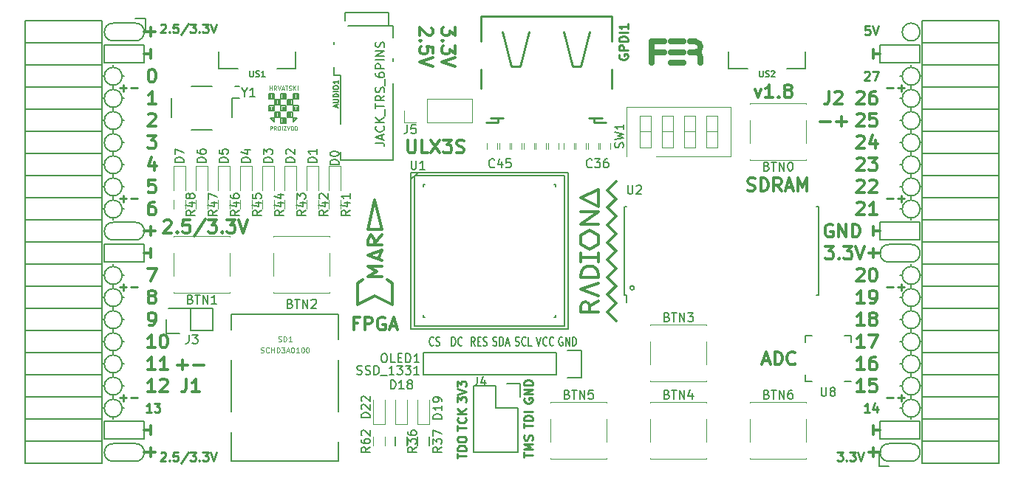
<source format=gto>
G04 #@! TF.GenerationSoftware,KiCad,Pcbnew,5.0.0-rc2-dev-unknown+dfsg1+20180318-2*
G04 #@! TF.CreationDate,2018-04-18T14:44:27+02:00*
G04 #@! TF.ProjectId,ulx3s,756C7833732E6B696361645F70636200,rev?*
G04 #@! TF.SameCoordinates,Original*
G04 #@! TF.FileFunction,Legend,Top*
G04 #@! TF.FilePolarity,Positive*
%FSLAX46Y46*%
G04 Gerber Fmt 4.6, Leading zero omitted, Abs format (unit mm)*
G04 Created by KiCad (PCBNEW 5.0.0-rc2-dev-unknown+dfsg1+20180318-2) date Wed Apr 18 14:44:27 2018*
%MOMM*%
%LPD*%
G01*
G04 APERTURE LIST*
%ADD10C,0.300000*%
%ADD11C,0.200000*%
%ADD12C,0.250000*%
%ADD13C,0.120000*%
%ADD14C,0.150000*%
%ADD15C,0.700000*%
%ADD16C,0.254000*%
%ADD17C,0.152400*%
%ADD18C,0.124460*%
%ADD19C,0.075000*%
G04 APERTURE END LIST*
D10*
X134560428Y-62144714D02*
X134560428Y-63073285D01*
X133989000Y-62573285D01*
X133989000Y-62787571D01*
X133917571Y-62930428D01*
X133846142Y-63001857D01*
X133703285Y-63073285D01*
X133346142Y-63073285D01*
X133203285Y-63001857D01*
X133131857Y-62930428D01*
X133060428Y-62787571D01*
X133060428Y-62359000D01*
X133131857Y-62216142D01*
X133203285Y-62144714D01*
X133203285Y-63716142D02*
X133131857Y-63787571D01*
X133060428Y-63716142D01*
X133131857Y-63644714D01*
X133203285Y-63716142D01*
X133060428Y-63716142D01*
X134560428Y-64287571D02*
X134560428Y-65216142D01*
X133989000Y-64716142D01*
X133989000Y-64930428D01*
X133917571Y-65073285D01*
X133846142Y-65144714D01*
X133703285Y-65216142D01*
X133346142Y-65216142D01*
X133203285Y-65144714D01*
X133131857Y-65073285D01*
X133060428Y-64930428D01*
X133060428Y-64501857D01*
X133131857Y-64359000D01*
X133203285Y-64287571D01*
X134560428Y-65644714D02*
X133060428Y-66144714D01*
X134560428Y-66644714D01*
X131877571Y-62216142D02*
X131949000Y-62287571D01*
X132020428Y-62430428D01*
X132020428Y-62787571D01*
X131949000Y-62930428D01*
X131877571Y-63001857D01*
X131734714Y-63073285D01*
X131591857Y-63073285D01*
X131377571Y-63001857D01*
X130520428Y-62144714D01*
X130520428Y-63073285D01*
X130663285Y-63716142D02*
X130591857Y-63787571D01*
X130520428Y-63716142D01*
X130591857Y-63644714D01*
X130663285Y-63716142D01*
X130520428Y-63716142D01*
X132020428Y-65144714D02*
X132020428Y-64430428D01*
X131306142Y-64359000D01*
X131377571Y-64430428D01*
X131449000Y-64573285D01*
X131449000Y-64930428D01*
X131377571Y-65073285D01*
X131306142Y-65144714D01*
X131163285Y-65216142D01*
X130806142Y-65216142D01*
X130663285Y-65144714D01*
X130591857Y-65073285D01*
X130520428Y-64930428D01*
X130520428Y-64573285D01*
X130591857Y-64430428D01*
X130663285Y-64359000D01*
X132020428Y-65644714D02*
X130520428Y-66144714D01*
X132020428Y-66644714D01*
X102760000Y-100897142D02*
X103902857Y-100897142D01*
X103331428Y-101468571D02*
X103331428Y-100325714D01*
X104617142Y-100897142D02*
X105760000Y-100897142D01*
X168919142Y-69226571D02*
X169276285Y-70226571D01*
X169633428Y-69226571D01*
X170990571Y-70226571D02*
X170133428Y-70226571D01*
X170562000Y-70226571D02*
X170562000Y-68726571D01*
X170419142Y-68940857D01*
X170276285Y-69083714D01*
X170133428Y-69155142D01*
X171633428Y-70083714D02*
X171704857Y-70155142D01*
X171633428Y-70226571D01*
X171562000Y-70155142D01*
X171633428Y-70083714D01*
X171633428Y-70226571D01*
X172562000Y-69369428D02*
X172419142Y-69298000D01*
X172347714Y-69226571D01*
X172276285Y-69083714D01*
X172276285Y-69012285D01*
X172347714Y-68869428D01*
X172419142Y-68798000D01*
X172562000Y-68726571D01*
X172847714Y-68726571D01*
X172990571Y-68798000D01*
X173062000Y-68869428D01*
X173133428Y-69012285D01*
X173133428Y-69083714D01*
X173062000Y-69226571D01*
X172990571Y-69298000D01*
X172847714Y-69369428D01*
X172562000Y-69369428D01*
X172419142Y-69440857D01*
X172347714Y-69512285D01*
X172276285Y-69655142D01*
X172276285Y-69940857D01*
X172347714Y-70083714D01*
X172419142Y-70155142D01*
X172562000Y-70226571D01*
X172847714Y-70226571D01*
X172990571Y-70155142D01*
X173062000Y-70083714D01*
X173133428Y-69940857D01*
X173133428Y-69655142D01*
X173062000Y-69512285D01*
X172990571Y-69440857D01*
X172847714Y-69369428D01*
X182492000Y-87582000D02*
X182492000Y-88598000D01*
X181984000Y-88090000D02*
X183254000Y-88090000D01*
X182492000Y-110442000D02*
X182492000Y-111458000D01*
X183254000Y-110950000D02*
X181984000Y-110950000D01*
X99688000Y-110442000D02*
X99688000Y-111458000D01*
X98926000Y-110950000D02*
X100196000Y-110950000D01*
X99688000Y-62182000D02*
X99688000Y-63198000D01*
X98926000Y-62690000D02*
X100196000Y-62690000D01*
X99688000Y-85042000D02*
X99688000Y-86058000D01*
X98926000Y-85550000D02*
X100196000Y-85550000D01*
D11*
X97910000Y-63706000D02*
G75*
G03X97910000Y-61674000I0J1016000D01*
G01*
X184270000Y-109934000D02*
G75*
G03X184270000Y-111966000I0J-1016000D01*
G01*
X95370000Y-111966000D02*
X97910000Y-111966000D01*
X95370000Y-109934000D02*
X97910000Y-109934000D01*
X97910000Y-111966000D02*
G75*
G03X97910000Y-109934000I0J1016000D01*
G01*
X95370000Y-109934000D02*
G75*
G03X95370000Y-111966000I0J-1016000D01*
G01*
X95370000Y-61674000D02*
X97910000Y-61674000D01*
X95370000Y-63706000D02*
X97910000Y-63706000D01*
X95370000Y-61674000D02*
G75*
G03X95370000Y-63706000I0J-1016000D01*
G01*
X95370000Y-84534000D02*
X97910000Y-84534000D01*
X95370000Y-86566000D02*
X97910000Y-86566000D01*
X95370000Y-84534000D02*
G75*
G03X95370000Y-86566000I0J-1016000D01*
G01*
X97910000Y-86566000D02*
G75*
G03X97910000Y-84534000I0J1016000D01*
G01*
X187826000Y-62690000D02*
G75*
G03X187826000Y-62690000I-1016000J0D01*
G01*
X184270000Y-89106000D02*
X186810000Y-89106000D01*
X184270000Y-87074000D02*
X186810000Y-87074000D01*
X184270000Y-87074000D02*
G75*
G03X184270000Y-89106000I0J-1016000D01*
G01*
X186810000Y-89106000D02*
G75*
G03X186810000Y-87074000I0J1016000D01*
G01*
X186810000Y-111966000D02*
X184270000Y-111966000D01*
X186810000Y-109934000D02*
X184270000Y-109934000D01*
X186810000Y-111966000D02*
G75*
G03X186810000Y-109934000I0J1016000D01*
G01*
X94354000Y-66246000D02*
X94354000Y-64214000D01*
X98926000Y-66246000D02*
X94354000Y-66246000D01*
X98926000Y-64214000D02*
X98926000Y-66246000D01*
X94354000Y-64214000D02*
X98926000Y-64214000D01*
X94354000Y-87074000D02*
X98926000Y-87074000D01*
X94354000Y-89106000D02*
X94354000Y-87074000D01*
X98926000Y-89106000D02*
X94354000Y-89106000D01*
X98926000Y-87074000D02*
X98926000Y-89106000D01*
X94354000Y-109426000D02*
X98926000Y-109426000D01*
X94354000Y-107394000D02*
X94354000Y-109426000D01*
X98926000Y-107394000D02*
X94354000Y-107394000D01*
X98926000Y-109426000D02*
X98926000Y-107394000D01*
X183254000Y-109426000D02*
X187826000Y-109426000D01*
X183254000Y-107394000D02*
X183254000Y-109426000D01*
X187826000Y-107394000D02*
X187826000Y-109426000D01*
X183254000Y-107394000D02*
X187826000Y-107394000D01*
X183254000Y-66246000D02*
X187826000Y-66246000D01*
X183254000Y-64214000D02*
X183254000Y-66246000D01*
X187826000Y-64214000D02*
X183254000Y-64214000D01*
X187826000Y-66246000D02*
X187826000Y-64214000D01*
X183254000Y-84534000D02*
X187826000Y-84534000D01*
X183254000Y-86566000D02*
X183254000Y-84534000D01*
X187826000Y-86566000D02*
X183254000Y-86566000D01*
X187826000Y-84534000D02*
X187826000Y-86566000D01*
D12*
X96148000Y-69111428D02*
X96909904Y-69111428D01*
X96528952Y-69492380D02*
X96528952Y-68730476D01*
X97386095Y-69111428D02*
X98148000Y-69111428D01*
X96148000Y-81811428D02*
X96909904Y-81811428D01*
X96528952Y-82192380D02*
X96528952Y-81430476D01*
X97386095Y-81811428D02*
X98148000Y-81811428D01*
X96148000Y-91971428D02*
X96909904Y-91971428D01*
X96528952Y-92352380D02*
X96528952Y-91590476D01*
X97386095Y-91971428D02*
X98148000Y-91971428D01*
X96148000Y-104671428D02*
X96909904Y-104671428D01*
X96528952Y-105052380D02*
X96528952Y-104290476D01*
X97386095Y-104671428D02*
X98148000Y-104671428D01*
X184032000Y-104671428D02*
X184793904Y-104671428D01*
X185270095Y-104671428D02*
X186032000Y-104671428D01*
X185651047Y-105052380D02*
X185651047Y-104290476D01*
X184032000Y-91971428D02*
X184793904Y-91971428D01*
X185270095Y-91971428D02*
X186032000Y-91971428D01*
X185651047Y-92352380D02*
X185651047Y-91590476D01*
X184032000Y-81811428D02*
X184793904Y-81811428D01*
X185270095Y-81811428D02*
X186032000Y-81811428D01*
X185651047Y-82192380D02*
X185651047Y-81430476D01*
X184032000Y-69111428D02*
X184793904Y-69111428D01*
X185270095Y-69111428D02*
X186032000Y-69111428D01*
X185651047Y-69492380D02*
X185651047Y-68730476D01*
D10*
X176420000Y-72957142D02*
X177562857Y-72957142D01*
X178277142Y-72957142D02*
X179420000Y-72957142D01*
X178848571Y-73528571D02*
X178848571Y-72385714D01*
D11*
X187826000Y-67770000D02*
G75*
G03X187826000Y-67770000I-1016000J0D01*
G01*
X187826000Y-70310000D02*
G75*
G03X187826000Y-70310000I-1016000J0D01*
G01*
X187826000Y-72850000D02*
G75*
G03X187826000Y-72850000I-1016000J0D01*
G01*
X187826000Y-75390000D02*
G75*
G03X187826000Y-75390000I-1016000J0D01*
G01*
X187826000Y-77930000D02*
G75*
G03X187826000Y-77930000I-1016000J0D01*
G01*
X187826000Y-80470000D02*
G75*
G03X187826000Y-80470000I-1016000J0D01*
G01*
X187826000Y-83010000D02*
G75*
G03X187826000Y-83010000I-1016000J0D01*
G01*
X187826000Y-90630000D02*
G75*
G03X187826000Y-90630000I-1016000J0D01*
G01*
X187826000Y-93170000D02*
G75*
G03X187826000Y-93170000I-1016000J0D01*
G01*
X187826000Y-95710000D02*
G75*
G03X187826000Y-95710000I-1016000J0D01*
G01*
X187826000Y-98250000D02*
G75*
G03X187826000Y-98250000I-1016000J0D01*
G01*
X187826000Y-100790000D02*
G75*
G03X187826000Y-100790000I-1016000J0D01*
G01*
X187826000Y-103330000D02*
G75*
G03X187826000Y-103330000I-1016000J0D01*
G01*
X187826000Y-105870000D02*
G75*
G03X187826000Y-105870000I-1016000J0D01*
G01*
X96386000Y-105870000D02*
G75*
G03X96386000Y-105870000I-1016000J0D01*
G01*
X96386000Y-103330000D02*
G75*
G03X96386000Y-103330000I-1016000J0D01*
G01*
X96386000Y-100790000D02*
G75*
G03X96386000Y-100790000I-1016000J0D01*
G01*
X96386000Y-98250000D02*
G75*
G03X96386000Y-98250000I-1016000J0D01*
G01*
X96386000Y-95710000D02*
G75*
G03X96386000Y-95710000I-1016000J0D01*
G01*
X96386000Y-93170000D02*
G75*
G03X96386000Y-93170000I-1016000J0D01*
G01*
X96386000Y-90630000D02*
G75*
G03X96386000Y-90630000I-1016000J0D01*
G01*
X96386000Y-83010000D02*
G75*
G03X96386000Y-83010000I-1016000J0D01*
G01*
X96386000Y-80470000D02*
G75*
G03X96386000Y-80470000I-1016000J0D01*
G01*
X96386000Y-77930000D02*
G75*
G03X96386000Y-77930000I-1016000J0D01*
G01*
X96386000Y-75390000D02*
G75*
G03X96386000Y-75390000I-1016000J0D01*
G01*
X96386000Y-72850000D02*
G75*
G03X96386000Y-72850000I-1016000J0D01*
G01*
X96386000Y-70310000D02*
G75*
G03X96386000Y-70310000I-1016000J0D01*
G01*
X96386000Y-67770000D02*
G75*
G03X96386000Y-67770000I-1016000J0D01*
G01*
D10*
X177793142Y-84800000D02*
X177650285Y-84728571D01*
X177436000Y-84728571D01*
X177221714Y-84800000D01*
X177078857Y-84942857D01*
X177007428Y-85085714D01*
X176936000Y-85371428D01*
X176936000Y-85585714D01*
X177007428Y-85871428D01*
X177078857Y-86014285D01*
X177221714Y-86157142D01*
X177436000Y-86228571D01*
X177578857Y-86228571D01*
X177793142Y-86157142D01*
X177864571Y-86085714D01*
X177864571Y-85585714D01*
X177578857Y-85585714D01*
X178507428Y-86228571D02*
X178507428Y-84728571D01*
X179364571Y-86228571D01*
X179364571Y-84728571D01*
X180078857Y-86228571D02*
X180078857Y-84728571D01*
X180436000Y-84728571D01*
X180650285Y-84800000D01*
X180793142Y-84942857D01*
X180864571Y-85085714D01*
X180936000Y-85371428D01*
X180936000Y-85585714D01*
X180864571Y-85871428D01*
X180793142Y-86014285D01*
X180650285Y-86157142D01*
X180436000Y-86228571D01*
X180078857Y-86228571D01*
X182492000Y-86058000D02*
X182492000Y-85042000D01*
X183254000Y-85550000D02*
X182492000Y-85550000D01*
X182492000Y-107902000D02*
X182492000Y-108918000D01*
X182492000Y-108410000D02*
X183254000Y-108410000D01*
D12*
X182047523Y-106322380D02*
X181476095Y-106322380D01*
X181761809Y-106322380D02*
X181761809Y-105322380D01*
X181666571Y-105465238D01*
X181571333Y-105560476D01*
X181476095Y-105608095D01*
X182904666Y-105655714D02*
X182904666Y-106322380D01*
X182666571Y-105274761D02*
X182428476Y-105989047D01*
X183047523Y-105989047D01*
X181476095Y-67317619D02*
X181523714Y-67270000D01*
X181618952Y-67222380D01*
X181857047Y-67222380D01*
X181952285Y-67270000D01*
X181999904Y-67317619D01*
X182047523Y-67412857D01*
X182047523Y-67508095D01*
X181999904Y-67650952D01*
X181428476Y-68222380D01*
X182047523Y-68222380D01*
X182380857Y-67222380D02*
X183047523Y-67222380D01*
X182618952Y-68222380D01*
D10*
X182492000Y-64722000D02*
X182492000Y-65738000D01*
X182492000Y-65230000D02*
X183254000Y-65230000D01*
X99688000Y-107902000D02*
X99688000Y-108918000D01*
X98926000Y-108410000D02*
X99688000Y-108410000D01*
X99315000Y-74568571D02*
X100243571Y-74568571D01*
X99743571Y-75140000D01*
X99957857Y-75140000D01*
X100100714Y-75211428D01*
X100172142Y-75282857D01*
X100243571Y-75425714D01*
X100243571Y-75782857D01*
X100172142Y-75925714D01*
X100100714Y-75997142D01*
X99957857Y-76068571D01*
X99529285Y-76068571D01*
X99386428Y-75997142D01*
X99315000Y-75925714D01*
X100100714Y-77608571D02*
X100100714Y-78608571D01*
X99743571Y-77037142D02*
X99386428Y-78108571D01*
X100315000Y-78108571D01*
X100172142Y-79648571D02*
X99457857Y-79648571D01*
X99386428Y-80362857D01*
X99457857Y-80291428D01*
X99600714Y-80220000D01*
X99957857Y-80220000D01*
X100100714Y-80291428D01*
X100172142Y-80362857D01*
X100243571Y-80505714D01*
X100243571Y-80862857D01*
X100172142Y-81005714D01*
X100100714Y-81077142D01*
X99957857Y-81148571D01*
X99600714Y-81148571D01*
X99457857Y-81077142D01*
X99386428Y-81005714D01*
D12*
X99751523Y-106322380D02*
X99180095Y-106322380D01*
X99465809Y-106322380D02*
X99465809Y-105322380D01*
X99370571Y-105465238D01*
X99275333Y-105560476D01*
X99180095Y-105608095D01*
X100084857Y-105322380D02*
X100703904Y-105322380D01*
X100370571Y-105703333D01*
X100513428Y-105703333D01*
X100608666Y-105750952D01*
X100656285Y-105798571D01*
X100703904Y-105893809D01*
X100703904Y-106131904D01*
X100656285Y-106227142D01*
X100608666Y-106274761D01*
X100513428Y-106322380D01*
X100227714Y-106322380D01*
X100132476Y-106274761D01*
X100084857Y-106227142D01*
D10*
X99315000Y-89808571D02*
X100315000Y-89808571D01*
X99672142Y-91308571D01*
X99688000Y-87582000D02*
X99688000Y-88598000D01*
X98926000Y-88090000D02*
X99688000Y-88090000D01*
X99688000Y-64722000D02*
X99688000Y-65738000D01*
X98926000Y-65230000D02*
X99688000Y-65230000D01*
D12*
X100817976Y-61874619D02*
X100865595Y-61827000D01*
X100960833Y-61779380D01*
X101198928Y-61779380D01*
X101294166Y-61827000D01*
X101341785Y-61874619D01*
X101389404Y-61969857D01*
X101389404Y-62065095D01*
X101341785Y-62207952D01*
X100770357Y-62779380D01*
X101389404Y-62779380D01*
X101817976Y-62684142D02*
X101865595Y-62731761D01*
X101817976Y-62779380D01*
X101770357Y-62731761D01*
X101817976Y-62684142D01*
X101817976Y-62779380D01*
X102770357Y-61779380D02*
X102294166Y-61779380D01*
X102246547Y-62255571D01*
X102294166Y-62207952D01*
X102389404Y-62160333D01*
X102627500Y-62160333D01*
X102722738Y-62207952D01*
X102770357Y-62255571D01*
X102817976Y-62350809D01*
X102817976Y-62588904D01*
X102770357Y-62684142D01*
X102722738Y-62731761D01*
X102627500Y-62779380D01*
X102389404Y-62779380D01*
X102294166Y-62731761D01*
X102246547Y-62684142D01*
X103960833Y-61731761D02*
X103103690Y-63017476D01*
X104198928Y-61779380D02*
X104817976Y-61779380D01*
X104484642Y-62160333D01*
X104627500Y-62160333D01*
X104722738Y-62207952D01*
X104770357Y-62255571D01*
X104817976Y-62350809D01*
X104817976Y-62588904D01*
X104770357Y-62684142D01*
X104722738Y-62731761D01*
X104627500Y-62779380D01*
X104341785Y-62779380D01*
X104246547Y-62731761D01*
X104198928Y-62684142D01*
X105246547Y-62684142D02*
X105294166Y-62731761D01*
X105246547Y-62779380D01*
X105198928Y-62731761D01*
X105246547Y-62684142D01*
X105246547Y-62779380D01*
X105627500Y-61779380D02*
X106246547Y-61779380D01*
X105913214Y-62160333D01*
X106056071Y-62160333D01*
X106151309Y-62207952D01*
X106198928Y-62255571D01*
X106246547Y-62350809D01*
X106246547Y-62588904D01*
X106198928Y-62684142D01*
X106151309Y-62731761D01*
X106056071Y-62779380D01*
X105770357Y-62779380D01*
X105675119Y-62731761D01*
X105627500Y-62684142D01*
X106532261Y-61779380D02*
X106865595Y-62779380D01*
X107198928Y-61779380D01*
X178360261Y-110910380D02*
X178979309Y-110910380D01*
X178645976Y-111291333D01*
X178788833Y-111291333D01*
X178884071Y-111338952D01*
X178931690Y-111386571D01*
X178979309Y-111481809D01*
X178979309Y-111719904D01*
X178931690Y-111815142D01*
X178884071Y-111862761D01*
X178788833Y-111910380D01*
X178503119Y-111910380D01*
X178407880Y-111862761D01*
X178360261Y-111815142D01*
X179407880Y-111815142D02*
X179455500Y-111862761D01*
X179407880Y-111910380D01*
X179360261Y-111862761D01*
X179407880Y-111815142D01*
X179407880Y-111910380D01*
X179788833Y-110910380D02*
X180407880Y-110910380D01*
X180074547Y-111291333D01*
X180217404Y-111291333D01*
X180312642Y-111338952D01*
X180360261Y-111386571D01*
X180407880Y-111481809D01*
X180407880Y-111719904D01*
X180360261Y-111815142D01*
X180312642Y-111862761D01*
X180217404Y-111910380D01*
X179931690Y-111910380D01*
X179836452Y-111862761D01*
X179788833Y-111815142D01*
X180693595Y-110910380D02*
X181026928Y-111910380D01*
X181360261Y-110910380D01*
D10*
X101199714Y-84381428D02*
X101271142Y-84310000D01*
X101414000Y-84238571D01*
X101771142Y-84238571D01*
X101914000Y-84310000D01*
X101985428Y-84381428D01*
X102056857Y-84524285D01*
X102056857Y-84667142D01*
X101985428Y-84881428D01*
X101128285Y-85738571D01*
X102056857Y-85738571D01*
X102699714Y-85595714D02*
X102771142Y-85667142D01*
X102699714Y-85738571D01*
X102628285Y-85667142D01*
X102699714Y-85595714D01*
X102699714Y-85738571D01*
X104128285Y-84238571D02*
X103414000Y-84238571D01*
X103342571Y-84952857D01*
X103414000Y-84881428D01*
X103556857Y-84810000D01*
X103914000Y-84810000D01*
X104056857Y-84881428D01*
X104128285Y-84952857D01*
X104199714Y-85095714D01*
X104199714Y-85452857D01*
X104128285Y-85595714D01*
X104056857Y-85667142D01*
X103914000Y-85738571D01*
X103556857Y-85738571D01*
X103414000Y-85667142D01*
X103342571Y-85595714D01*
X105914000Y-84167142D02*
X104628285Y-86095714D01*
X106271142Y-84238571D02*
X107199714Y-84238571D01*
X106699714Y-84810000D01*
X106914000Y-84810000D01*
X107056857Y-84881428D01*
X107128285Y-84952857D01*
X107199714Y-85095714D01*
X107199714Y-85452857D01*
X107128285Y-85595714D01*
X107056857Y-85667142D01*
X106914000Y-85738571D01*
X106485428Y-85738571D01*
X106342571Y-85667142D01*
X106271142Y-85595714D01*
X107842571Y-85595714D02*
X107914000Y-85667142D01*
X107842571Y-85738571D01*
X107771142Y-85667142D01*
X107842571Y-85595714D01*
X107842571Y-85738571D01*
X108414000Y-84238571D02*
X109342571Y-84238571D01*
X108842571Y-84810000D01*
X109056857Y-84810000D01*
X109199714Y-84881428D01*
X109271142Y-84952857D01*
X109342571Y-85095714D01*
X109342571Y-85452857D01*
X109271142Y-85595714D01*
X109199714Y-85667142D01*
X109056857Y-85738571D01*
X108628285Y-85738571D01*
X108485428Y-85667142D01*
X108414000Y-85595714D01*
X109771142Y-84238571D02*
X110271142Y-85738571D01*
X110771142Y-84238571D01*
D12*
X100817976Y-111023619D02*
X100865595Y-110976000D01*
X100960833Y-110928380D01*
X101198928Y-110928380D01*
X101294166Y-110976000D01*
X101341785Y-111023619D01*
X101389404Y-111118857D01*
X101389404Y-111214095D01*
X101341785Y-111356952D01*
X100770357Y-111928380D01*
X101389404Y-111928380D01*
X101817976Y-111833142D02*
X101865595Y-111880761D01*
X101817976Y-111928380D01*
X101770357Y-111880761D01*
X101817976Y-111833142D01*
X101817976Y-111928380D01*
X102770357Y-110928380D02*
X102294166Y-110928380D01*
X102246547Y-111404571D01*
X102294166Y-111356952D01*
X102389404Y-111309333D01*
X102627500Y-111309333D01*
X102722738Y-111356952D01*
X102770357Y-111404571D01*
X102817976Y-111499809D01*
X102817976Y-111737904D01*
X102770357Y-111833142D01*
X102722738Y-111880761D01*
X102627500Y-111928380D01*
X102389404Y-111928380D01*
X102294166Y-111880761D01*
X102246547Y-111833142D01*
X103960833Y-110880761D02*
X103103690Y-112166476D01*
X104198928Y-110928380D02*
X104817976Y-110928380D01*
X104484642Y-111309333D01*
X104627500Y-111309333D01*
X104722738Y-111356952D01*
X104770357Y-111404571D01*
X104817976Y-111499809D01*
X104817976Y-111737904D01*
X104770357Y-111833142D01*
X104722738Y-111880761D01*
X104627500Y-111928380D01*
X104341785Y-111928380D01*
X104246547Y-111880761D01*
X104198928Y-111833142D01*
X105246547Y-111833142D02*
X105294166Y-111880761D01*
X105246547Y-111928380D01*
X105198928Y-111880761D01*
X105246547Y-111833142D01*
X105246547Y-111928380D01*
X105627500Y-110928380D02*
X106246547Y-110928380D01*
X105913214Y-111309333D01*
X106056071Y-111309333D01*
X106151309Y-111356952D01*
X106198928Y-111404571D01*
X106246547Y-111499809D01*
X106246547Y-111737904D01*
X106198928Y-111833142D01*
X106151309Y-111880761D01*
X106056071Y-111928380D01*
X105770357Y-111928380D01*
X105675119Y-111880761D01*
X105627500Y-111833142D01*
X106532261Y-110928380D02*
X106865595Y-111928380D01*
X107198928Y-110928380D01*
X182047523Y-62015380D02*
X181571333Y-62015380D01*
X181523714Y-62491571D01*
X181571333Y-62443952D01*
X181666571Y-62396333D01*
X181904666Y-62396333D01*
X181999904Y-62443952D01*
X182047523Y-62491571D01*
X182095142Y-62586809D01*
X182095142Y-62824904D01*
X182047523Y-62920142D01*
X181999904Y-62967761D01*
X181904666Y-63015380D01*
X181666571Y-63015380D01*
X181571333Y-62967761D01*
X181523714Y-62920142D01*
X182380857Y-62015380D02*
X182714190Y-63015380D01*
X183047523Y-62015380D01*
D10*
X180587142Y-69631428D02*
X180658571Y-69560000D01*
X180801428Y-69488571D01*
X181158571Y-69488571D01*
X181301428Y-69560000D01*
X181372857Y-69631428D01*
X181444285Y-69774285D01*
X181444285Y-69917142D01*
X181372857Y-70131428D01*
X180515714Y-70988571D01*
X181444285Y-70988571D01*
X182730000Y-69488571D02*
X182444285Y-69488571D01*
X182301428Y-69560000D01*
X182230000Y-69631428D01*
X182087142Y-69845714D01*
X182015714Y-70131428D01*
X182015714Y-70702857D01*
X182087142Y-70845714D01*
X182158571Y-70917142D01*
X182301428Y-70988571D01*
X182587142Y-70988571D01*
X182730000Y-70917142D01*
X182801428Y-70845714D01*
X182872857Y-70702857D01*
X182872857Y-70345714D01*
X182801428Y-70202857D01*
X182730000Y-70131428D01*
X182587142Y-70060000D01*
X182301428Y-70060000D01*
X182158571Y-70131428D01*
X182087142Y-70202857D01*
X182015714Y-70345714D01*
X180587142Y-72171428D02*
X180658571Y-72100000D01*
X180801428Y-72028571D01*
X181158571Y-72028571D01*
X181301428Y-72100000D01*
X181372857Y-72171428D01*
X181444285Y-72314285D01*
X181444285Y-72457142D01*
X181372857Y-72671428D01*
X180515714Y-73528571D01*
X181444285Y-73528571D01*
X182801428Y-72028571D02*
X182087142Y-72028571D01*
X182015714Y-72742857D01*
X182087142Y-72671428D01*
X182230000Y-72600000D01*
X182587142Y-72600000D01*
X182730000Y-72671428D01*
X182801428Y-72742857D01*
X182872857Y-72885714D01*
X182872857Y-73242857D01*
X182801428Y-73385714D01*
X182730000Y-73457142D01*
X182587142Y-73528571D01*
X182230000Y-73528571D01*
X182087142Y-73457142D01*
X182015714Y-73385714D01*
X180587142Y-74711428D02*
X180658571Y-74640000D01*
X180801428Y-74568571D01*
X181158571Y-74568571D01*
X181301428Y-74640000D01*
X181372857Y-74711428D01*
X181444285Y-74854285D01*
X181444285Y-74997142D01*
X181372857Y-75211428D01*
X180515714Y-76068571D01*
X181444285Y-76068571D01*
X182730000Y-75068571D02*
X182730000Y-76068571D01*
X182372857Y-74497142D02*
X182015714Y-75568571D01*
X182944285Y-75568571D01*
X180587142Y-77251428D02*
X180658571Y-77180000D01*
X180801428Y-77108571D01*
X181158571Y-77108571D01*
X181301428Y-77180000D01*
X181372857Y-77251428D01*
X181444285Y-77394285D01*
X181444285Y-77537142D01*
X181372857Y-77751428D01*
X180515714Y-78608571D01*
X181444285Y-78608571D01*
X181944285Y-77108571D02*
X182872857Y-77108571D01*
X182372857Y-77680000D01*
X182587142Y-77680000D01*
X182730000Y-77751428D01*
X182801428Y-77822857D01*
X182872857Y-77965714D01*
X182872857Y-78322857D01*
X182801428Y-78465714D01*
X182730000Y-78537142D01*
X182587142Y-78608571D01*
X182158571Y-78608571D01*
X182015714Y-78537142D01*
X181944285Y-78465714D01*
X180587142Y-79791428D02*
X180658571Y-79720000D01*
X180801428Y-79648571D01*
X181158571Y-79648571D01*
X181301428Y-79720000D01*
X181372857Y-79791428D01*
X181444285Y-79934285D01*
X181444285Y-80077142D01*
X181372857Y-80291428D01*
X180515714Y-81148571D01*
X181444285Y-81148571D01*
X182015714Y-79791428D02*
X182087142Y-79720000D01*
X182230000Y-79648571D01*
X182587142Y-79648571D01*
X182730000Y-79720000D01*
X182801428Y-79791428D01*
X182872857Y-79934285D01*
X182872857Y-80077142D01*
X182801428Y-80291428D01*
X181944285Y-81148571D01*
X182872857Y-81148571D01*
X180587142Y-82331428D02*
X180658571Y-82260000D01*
X180801428Y-82188571D01*
X181158571Y-82188571D01*
X181301428Y-82260000D01*
X181372857Y-82331428D01*
X181444285Y-82474285D01*
X181444285Y-82617142D01*
X181372857Y-82831428D01*
X180515714Y-83688571D01*
X181444285Y-83688571D01*
X182872857Y-83688571D02*
X182015714Y-83688571D01*
X182444285Y-83688571D02*
X182444285Y-82188571D01*
X182301428Y-82402857D01*
X182158571Y-82545714D01*
X182015714Y-82617142D01*
X176975714Y-87268571D02*
X177904285Y-87268571D01*
X177404285Y-87840000D01*
X177618571Y-87840000D01*
X177761428Y-87911428D01*
X177832857Y-87982857D01*
X177904285Y-88125714D01*
X177904285Y-88482857D01*
X177832857Y-88625714D01*
X177761428Y-88697142D01*
X177618571Y-88768571D01*
X177190000Y-88768571D01*
X177047142Y-88697142D01*
X176975714Y-88625714D01*
X178547142Y-88625714D02*
X178618571Y-88697142D01*
X178547142Y-88768571D01*
X178475714Y-88697142D01*
X178547142Y-88625714D01*
X178547142Y-88768571D01*
X179118571Y-87268571D02*
X180047142Y-87268571D01*
X179547142Y-87840000D01*
X179761428Y-87840000D01*
X179904285Y-87911428D01*
X179975714Y-87982857D01*
X180047142Y-88125714D01*
X180047142Y-88482857D01*
X179975714Y-88625714D01*
X179904285Y-88697142D01*
X179761428Y-88768571D01*
X179332857Y-88768571D01*
X179190000Y-88697142D01*
X179118571Y-88625714D01*
X180475714Y-87268571D02*
X180975714Y-88768571D01*
X181475714Y-87268571D01*
X180587142Y-89951428D02*
X180658571Y-89880000D01*
X180801428Y-89808571D01*
X181158571Y-89808571D01*
X181301428Y-89880000D01*
X181372857Y-89951428D01*
X181444285Y-90094285D01*
X181444285Y-90237142D01*
X181372857Y-90451428D01*
X180515714Y-91308571D01*
X181444285Y-91308571D01*
X182372857Y-89808571D02*
X182515714Y-89808571D01*
X182658571Y-89880000D01*
X182730000Y-89951428D01*
X182801428Y-90094285D01*
X182872857Y-90380000D01*
X182872857Y-90737142D01*
X182801428Y-91022857D01*
X182730000Y-91165714D01*
X182658571Y-91237142D01*
X182515714Y-91308571D01*
X182372857Y-91308571D01*
X182230000Y-91237142D01*
X182158571Y-91165714D01*
X182087142Y-91022857D01*
X182015714Y-90737142D01*
X182015714Y-90380000D01*
X182087142Y-90094285D01*
X182158571Y-89951428D01*
X182230000Y-89880000D01*
X182372857Y-89808571D01*
X181444285Y-93848571D02*
X180587142Y-93848571D01*
X181015714Y-93848571D02*
X181015714Y-92348571D01*
X180872857Y-92562857D01*
X180730000Y-92705714D01*
X180587142Y-92777142D01*
X182158571Y-93848571D02*
X182444285Y-93848571D01*
X182587142Y-93777142D01*
X182658571Y-93705714D01*
X182801428Y-93491428D01*
X182872857Y-93205714D01*
X182872857Y-92634285D01*
X182801428Y-92491428D01*
X182730000Y-92420000D01*
X182587142Y-92348571D01*
X182301428Y-92348571D01*
X182158571Y-92420000D01*
X182087142Y-92491428D01*
X182015714Y-92634285D01*
X182015714Y-92991428D01*
X182087142Y-93134285D01*
X182158571Y-93205714D01*
X182301428Y-93277142D01*
X182587142Y-93277142D01*
X182730000Y-93205714D01*
X182801428Y-93134285D01*
X182872857Y-92991428D01*
X181444285Y-96388571D02*
X180587142Y-96388571D01*
X181015714Y-96388571D02*
X181015714Y-94888571D01*
X180872857Y-95102857D01*
X180730000Y-95245714D01*
X180587142Y-95317142D01*
X182301428Y-95531428D02*
X182158571Y-95460000D01*
X182087142Y-95388571D01*
X182015714Y-95245714D01*
X182015714Y-95174285D01*
X182087142Y-95031428D01*
X182158571Y-94960000D01*
X182301428Y-94888571D01*
X182587142Y-94888571D01*
X182730000Y-94960000D01*
X182801428Y-95031428D01*
X182872857Y-95174285D01*
X182872857Y-95245714D01*
X182801428Y-95388571D01*
X182730000Y-95460000D01*
X182587142Y-95531428D01*
X182301428Y-95531428D01*
X182158571Y-95602857D01*
X182087142Y-95674285D01*
X182015714Y-95817142D01*
X182015714Y-96102857D01*
X182087142Y-96245714D01*
X182158571Y-96317142D01*
X182301428Y-96388571D01*
X182587142Y-96388571D01*
X182730000Y-96317142D01*
X182801428Y-96245714D01*
X182872857Y-96102857D01*
X182872857Y-95817142D01*
X182801428Y-95674285D01*
X182730000Y-95602857D01*
X182587142Y-95531428D01*
X181444285Y-98928571D02*
X180587142Y-98928571D01*
X181015714Y-98928571D02*
X181015714Y-97428571D01*
X180872857Y-97642857D01*
X180730000Y-97785714D01*
X180587142Y-97857142D01*
X181944285Y-97428571D02*
X182944285Y-97428571D01*
X182301428Y-98928571D01*
X181444285Y-101468571D02*
X180587142Y-101468571D01*
X181015714Y-101468571D02*
X181015714Y-99968571D01*
X180872857Y-100182857D01*
X180730000Y-100325714D01*
X180587142Y-100397142D01*
X182730000Y-99968571D02*
X182444285Y-99968571D01*
X182301428Y-100040000D01*
X182230000Y-100111428D01*
X182087142Y-100325714D01*
X182015714Y-100611428D01*
X182015714Y-101182857D01*
X182087142Y-101325714D01*
X182158571Y-101397142D01*
X182301428Y-101468571D01*
X182587142Y-101468571D01*
X182730000Y-101397142D01*
X182801428Y-101325714D01*
X182872857Y-101182857D01*
X182872857Y-100825714D01*
X182801428Y-100682857D01*
X182730000Y-100611428D01*
X182587142Y-100540000D01*
X182301428Y-100540000D01*
X182158571Y-100611428D01*
X182087142Y-100682857D01*
X182015714Y-100825714D01*
X181444285Y-104008571D02*
X180587142Y-104008571D01*
X181015714Y-104008571D02*
X181015714Y-102508571D01*
X180872857Y-102722857D01*
X180730000Y-102865714D01*
X180587142Y-102937142D01*
X182801428Y-102508571D02*
X182087142Y-102508571D01*
X182015714Y-103222857D01*
X182087142Y-103151428D01*
X182230000Y-103080000D01*
X182587142Y-103080000D01*
X182730000Y-103151428D01*
X182801428Y-103222857D01*
X182872857Y-103365714D01*
X182872857Y-103722857D01*
X182801428Y-103865714D01*
X182730000Y-103937142D01*
X182587142Y-104008571D01*
X182230000Y-104008571D01*
X182087142Y-103937142D01*
X182015714Y-103865714D01*
D11*
X186810000Y-66500000D02*
X186810000Y-66754000D01*
X187826000Y-67770000D02*
X188080000Y-67770000D01*
X185540000Y-67770000D02*
X185794000Y-67770000D01*
X186810000Y-69294000D02*
X186810000Y-68786000D01*
X187826000Y-70310000D02*
X188080000Y-70310000D01*
X185540000Y-70310000D02*
X185794000Y-70310000D01*
X186810000Y-71326000D02*
X186810000Y-71834000D01*
X187826000Y-72850000D02*
X188080000Y-72850000D01*
X185540000Y-72850000D02*
X185794000Y-72850000D01*
X186810000Y-73866000D02*
X186810000Y-74374000D01*
X187826000Y-75390000D02*
X188080000Y-75390000D01*
X185540000Y-75390000D02*
X185794000Y-75390000D01*
X186810000Y-76406000D02*
X186810000Y-76914000D01*
X187826000Y-77930000D02*
X188080000Y-77930000D01*
X185540000Y-77930000D02*
X185794000Y-77930000D01*
X186810000Y-79454000D02*
X186810000Y-78946000D01*
X187826000Y-80470000D02*
X188080000Y-80470000D01*
X185540000Y-80470000D02*
X185794000Y-80470000D01*
X186810000Y-81994000D02*
X186810000Y-81486000D01*
X187826000Y-83010000D02*
X188080000Y-83010000D01*
X185540000Y-83010000D02*
X185794000Y-83010000D01*
X186810000Y-84026000D02*
X186810000Y-84280000D01*
X186810000Y-89360000D02*
X186810000Y-89614000D01*
X187826000Y-90630000D02*
X188080000Y-90630000D01*
X185540000Y-90630000D02*
X185794000Y-90630000D01*
X186810000Y-91646000D02*
X186810000Y-92154000D01*
X187826000Y-93170000D02*
X188080000Y-93170000D01*
X185540000Y-93170000D02*
X185794000Y-93170000D01*
X186810000Y-94186000D02*
X186810000Y-94694000D01*
X187826000Y-95710000D02*
X188080000Y-95710000D01*
X185540000Y-95710000D02*
X185794000Y-95710000D01*
X186810000Y-97234000D02*
X186810000Y-96726000D01*
X187826000Y-98250000D02*
X188080000Y-98250000D01*
X185540000Y-98250000D02*
X185794000Y-98250000D01*
X187826000Y-100790000D02*
X188080000Y-100790000D01*
X185540000Y-100790000D02*
X185794000Y-100790000D01*
X186810000Y-99266000D02*
X186810000Y-99774000D01*
X186810000Y-102314000D02*
X186810000Y-101806000D01*
X187826000Y-103330000D02*
X188080000Y-103330000D01*
X185540000Y-103330000D02*
X185794000Y-103330000D01*
X186810000Y-104346000D02*
X186810000Y-104854000D01*
X185540000Y-105870000D02*
X185794000Y-105870000D01*
X187826000Y-105870000D02*
X188080000Y-105870000D01*
X186810000Y-106886000D02*
X186810000Y-107140000D01*
X95370000Y-66754000D02*
X95370000Y-66500000D01*
X96386000Y-67770000D02*
X96640000Y-67770000D01*
X94100000Y-67770000D02*
X94354000Y-67770000D01*
X95370000Y-68786000D02*
X95370000Y-69294000D01*
X96386000Y-70310000D02*
X96640000Y-70310000D01*
X94100000Y-70310000D02*
X94354000Y-70310000D01*
X95370000Y-71326000D02*
X95370000Y-71834000D01*
X96386000Y-72850000D02*
X96640000Y-72850000D01*
X94100000Y-72850000D02*
X94354000Y-72850000D01*
X95370000Y-73866000D02*
X95370000Y-74374000D01*
X96386000Y-75390000D02*
X96640000Y-75390000D01*
X95370000Y-76406000D02*
X95370000Y-76914000D01*
X96386000Y-77930000D02*
X96640000Y-77930000D01*
X94100000Y-77930000D02*
X94354000Y-77930000D01*
X95370000Y-79454000D02*
X95370000Y-78946000D01*
X96386000Y-80470000D02*
X96640000Y-80470000D01*
X94100000Y-80470000D02*
X94354000Y-80470000D01*
X95370000Y-81486000D02*
X95370000Y-81994000D01*
X96386000Y-83010000D02*
X96640000Y-83010000D01*
X95370000Y-84026000D02*
X95370000Y-84280000D01*
X94100000Y-83010000D02*
X94354000Y-83010000D01*
X95370000Y-106886000D02*
X95370000Y-107140000D01*
X95370000Y-89360000D02*
X95370000Y-89614000D01*
X96386000Y-93170000D02*
X96640000Y-93170000D01*
X94100000Y-93170000D02*
X94354000Y-93170000D01*
X95370000Y-94186000D02*
X95370000Y-94694000D01*
X94100000Y-90630000D02*
X94354000Y-90630000D01*
X96386000Y-90630000D02*
X96640000Y-90630000D01*
X95370000Y-92154000D02*
X95370000Y-91646000D01*
X96386000Y-95710000D02*
X96640000Y-95710000D01*
X94100000Y-95710000D02*
X94354000Y-95710000D01*
X96386000Y-98250000D02*
X96640000Y-98250000D01*
X94354000Y-98250000D02*
X94100000Y-98250000D01*
X95370000Y-96726000D02*
X95370000Y-97234000D01*
X95370000Y-99266000D02*
X95370000Y-99774000D01*
X94100000Y-100790000D02*
X94354000Y-100790000D01*
X96386000Y-100790000D02*
X96640000Y-100790000D01*
X94100000Y-103330000D02*
X94354000Y-103330000D01*
X96386000Y-103330000D02*
X96640000Y-103330000D01*
X95370000Y-101806000D02*
X95370000Y-102314000D01*
X95370000Y-104346000D02*
X95370000Y-104854000D01*
X96386000Y-105870000D02*
X96640000Y-105870000D01*
X94100000Y-105870000D02*
X94354000Y-105870000D01*
D10*
X100164285Y-104008571D02*
X99307142Y-104008571D01*
X99735714Y-104008571D02*
X99735714Y-102508571D01*
X99592857Y-102722857D01*
X99450000Y-102865714D01*
X99307142Y-102937142D01*
X100735714Y-102651428D02*
X100807142Y-102580000D01*
X100950000Y-102508571D01*
X101307142Y-102508571D01*
X101450000Y-102580000D01*
X101521428Y-102651428D01*
X101592857Y-102794285D01*
X101592857Y-102937142D01*
X101521428Y-103151428D01*
X100664285Y-104008571D01*
X101592857Y-104008571D01*
X100164285Y-101468571D02*
X99307142Y-101468571D01*
X99735714Y-101468571D02*
X99735714Y-99968571D01*
X99592857Y-100182857D01*
X99450000Y-100325714D01*
X99307142Y-100397142D01*
X101592857Y-101468571D02*
X100735714Y-101468571D01*
X101164285Y-101468571D02*
X101164285Y-99968571D01*
X101021428Y-100182857D01*
X100878571Y-100325714D01*
X100735714Y-100397142D01*
X100164285Y-98928571D02*
X99307142Y-98928571D01*
X99735714Y-98928571D02*
X99735714Y-97428571D01*
X99592857Y-97642857D01*
X99450000Y-97785714D01*
X99307142Y-97857142D01*
X101092857Y-97428571D02*
X101235714Y-97428571D01*
X101378571Y-97500000D01*
X101450000Y-97571428D01*
X101521428Y-97714285D01*
X101592857Y-98000000D01*
X101592857Y-98357142D01*
X101521428Y-98642857D01*
X101450000Y-98785714D01*
X101378571Y-98857142D01*
X101235714Y-98928571D01*
X101092857Y-98928571D01*
X100950000Y-98857142D01*
X100878571Y-98785714D01*
X100807142Y-98642857D01*
X100735714Y-98357142D01*
X100735714Y-98000000D01*
X100807142Y-97714285D01*
X100878571Y-97571428D01*
X100950000Y-97500000D01*
X101092857Y-97428571D01*
X99529285Y-96388571D02*
X99815000Y-96388571D01*
X99957857Y-96317142D01*
X100029285Y-96245714D01*
X100172142Y-96031428D01*
X100243571Y-95745714D01*
X100243571Y-95174285D01*
X100172142Y-95031428D01*
X100100714Y-94960000D01*
X99957857Y-94888571D01*
X99672142Y-94888571D01*
X99529285Y-94960000D01*
X99457857Y-95031428D01*
X99386428Y-95174285D01*
X99386428Y-95531428D01*
X99457857Y-95674285D01*
X99529285Y-95745714D01*
X99672142Y-95817142D01*
X99957857Y-95817142D01*
X100100714Y-95745714D01*
X100172142Y-95674285D01*
X100243571Y-95531428D01*
X99672142Y-92991428D02*
X99529285Y-92920000D01*
X99457857Y-92848571D01*
X99386428Y-92705714D01*
X99386428Y-92634285D01*
X99457857Y-92491428D01*
X99529285Y-92420000D01*
X99672142Y-92348571D01*
X99957857Y-92348571D01*
X100100714Y-92420000D01*
X100172142Y-92491428D01*
X100243571Y-92634285D01*
X100243571Y-92705714D01*
X100172142Y-92848571D01*
X100100714Y-92920000D01*
X99957857Y-92991428D01*
X99672142Y-92991428D01*
X99529285Y-93062857D01*
X99457857Y-93134285D01*
X99386428Y-93277142D01*
X99386428Y-93562857D01*
X99457857Y-93705714D01*
X99529285Y-93777142D01*
X99672142Y-93848571D01*
X99957857Y-93848571D01*
X100100714Y-93777142D01*
X100172142Y-93705714D01*
X100243571Y-93562857D01*
X100243571Y-93277142D01*
X100172142Y-93134285D01*
X100100714Y-93062857D01*
X99957857Y-92991428D01*
X100100714Y-82188571D02*
X99815000Y-82188571D01*
X99672142Y-82260000D01*
X99600714Y-82331428D01*
X99457857Y-82545714D01*
X99386428Y-82831428D01*
X99386428Y-83402857D01*
X99457857Y-83545714D01*
X99529285Y-83617142D01*
X99672142Y-83688571D01*
X99957857Y-83688571D01*
X100100714Y-83617142D01*
X100172142Y-83545714D01*
X100243571Y-83402857D01*
X100243571Y-83045714D01*
X100172142Y-82902857D01*
X100100714Y-82831428D01*
X99957857Y-82760000D01*
X99672142Y-82760000D01*
X99529285Y-82831428D01*
X99457857Y-82902857D01*
X99386428Y-83045714D01*
X99386428Y-72171428D02*
X99457857Y-72100000D01*
X99600714Y-72028571D01*
X99957857Y-72028571D01*
X100100714Y-72100000D01*
X100172142Y-72171428D01*
X100243571Y-72314285D01*
X100243571Y-72457142D01*
X100172142Y-72671428D01*
X99315000Y-73528571D01*
X100243571Y-73528571D01*
X100243571Y-70988571D02*
X99386428Y-70988571D01*
X99815000Y-70988571D02*
X99815000Y-69488571D01*
X99672142Y-69702857D01*
X99529285Y-69845714D01*
X99386428Y-69917142D01*
X99743571Y-66948571D02*
X99886428Y-66948571D01*
X100029285Y-67020000D01*
X100100714Y-67091428D01*
X100172142Y-67234285D01*
X100243571Y-67520000D01*
X100243571Y-67877142D01*
X100172142Y-68162857D01*
X100100714Y-68305714D01*
X100029285Y-68377142D01*
X99886428Y-68448571D01*
X99743571Y-68448571D01*
X99600714Y-68377142D01*
X99529285Y-68305714D01*
X99457857Y-68162857D01*
X99386428Y-67877142D01*
X99386428Y-67520000D01*
X99457857Y-67234285D01*
X99529285Y-67091428D01*
X99600714Y-67020000D01*
X99743571Y-66948571D01*
X129148428Y-75076571D02*
X129148428Y-76290857D01*
X129219857Y-76433714D01*
X129291285Y-76505142D01*
X129434142Y-76576571D01*
X129719857Y-76576571D01*
X129862714Y-76505142D01*
X129934142Y-76433714D01*
X130005571Y-76290857D01*
X130005571Y-75076571D01*
X131434142Y-76576571D02*
X130719857Y-76576571D01*
X130719857Y-75076571D01*
X131791285Y-75076571D02*
X132791285Y-76576571D01*
X132791285Y-75076571D02*
X131791285Y-76576571D01*
X133219857Y-75076571D02*
X134148428Y-75076571D01*
X133648428Y-75648000D01*
X133862714Y-75648000D01*
X134005571Y-75719428D01*
X134077000Y-75790857D01*
X134148428Y-75933714D01*
X134148428Y-76290857D01*
X134077000Y-76433714D01*
X134005571Y-76505142D01*
X133862714Y-76576571D01*
X133434142Y-76576571D01*
X133291285Y-76505142D01*
X133219857Y-76433714D01*
X134719857Y-76505142D02*
X134934142Y-76576571D01*
X135291285Y-76576571D01*
X135434142Y-76505142D01*
X135505571Y-76433714D01*
X135577000Y-76290857D01*
X135577000Y-76148000D01*
X135505571Y-76005142D01*
X135434142Y-75933714D01*
X135291285Y-75862285D01*
X135005571Y-75790857D01*
X134862714Y-75719428D01*
X134791285Y-75648000D01*
X134719857Y-75505142D01*
X134719857Y-75362285D01*
X134791285Y-75219428D01*
X134862714Y-75148000D01*
X135005571Y-75076571D01*
X135362714Y-75076571D01*
X135577000Y-75148000D01*
X123413428Y-96110857D02*
X122913428Y-96110857D01*
X122913428Y-96896571D02*
X122913428Y-95396571D01*
X123627714Y-95396571D01*
X124199142Y-96896571D02*
X124199142Y-95396571D01*
X124770571Y-95396571D01*
X124913428Y-95468000D01*
X124984857Y-95539428D01*
X125056285Y-95682285D01*
X125056285Y-95896571D01*
X124984857Y-96039428D01*
X124913428Y-96110857D01*
X124770571Y-96182285D01*
X124199142Y-96182285D01*
X126484857Y-95468000D02*
X126342000Y-95396571D01*
X126127714Y-95396571D01*
X125913428Y-95468000D01*
X125770571Y-95610857D01*
X125699142Y-95753714D01*
X125627714Y-96039428D01*
X125627714Y-96253714D01*
X125699142Y-96539428D01*
X125770571Y-96682285D01*
X125913428Y-96825142D01*
X126127714Y-96896571D01*
X126270571Y-96896571D01*
X126484857Y-96825142D01*
X126556285Y-96753714D01*
X126556285Y-96253714D01*
X126270571Y-96253714D01*
X127127714Y-96468000D02*
X127842000Y-96468000D01*
X126984857Y-96896571D02*
X127484857Y-95396571D01*
X127984857Y-96896571D01*
X168077928Y-80886642D02*
X168292214Y-80958071D01*
X168649357Y-80958071D01*
X168792214Y-80886642D01*
X168863642Y-80815214D01*
X168935071Y-80672357D01*
X168935071Y-80529500D01*
X168863642Y-80386642D01*
X168792214Y-80315214D01*
X168649357Y-80243785D01*
X168363642Y-80172357D01*
X168220785Y-80100928D01*
X168149357Y-80029500D01*
X168077928Y-79886642D01*
X168077928Y-79743785D01*
X168149357Y-79600928D01*
X168220785Y-79529500D01*
X168363642Y-79458071D01*
X168720785Y-79458071D01*
X168935071Y-79529500D01*
X169577928Y-80958071D02*
X169577928Y-79458071D01*
X169935071Y-79458071D01*
X170149357Y-79529500D01*
X170292214Y-79672357D01*
X170363642Y-79815214D01*
X170435071Y-80100928D01*
X170435071Y-80315214D01*
X170363642Y-80600928D01*
X170292214Y-80743785D01*
X170149357Y-80886642D01*
X169935071Y-80958071D01*
X169577928Y-80958071D01*
X171935071Y-80958071D02*
X171435071Y-80243785D01*
X171077928Y-80958071D02*
X171077928Y-79458071D01*
X171649357Y-79458071D01*
X171792214Y-79529500D01*
X171863642Y-79600928D01*
X171935071Y-79743785D01*
X171935071Y-79958071D01*
X171863642Y-80100928D01*
X171792214Y-80172357D01*
X171649357Y-80243785D01*
X171077928Y-80243785D01*
X172506500Y-80529500D02*
X173220785Y-80529500D01*
X172363642Y-80958071D02*
X172863642Y-79458071D01*
X173363642Y-80958071D01*
X173863642Y-80958071D02*
X173863642Y-79458071D01*
X174363642Y-80529500D01*
X174863642Y-79458071D01*
X174863642Y-80958071D01*
X169822857Y-100450000D02*
X170537142Y-100450000D01*
X169680000Y-100878571D02*
X170180000Y-99378571D01*
X170680000Y-100878571D01*
X171180000Y-100878571D02*
X171180000Y-99378571D01*
X171537142Y-99378571D01*
X171751428Y-99450000D01*
X171894285Y-99592857D01*
X171965714Y-99735714D01*
X172037142Y-100021428D01*
X172037142Y-100235714D01*
X171965714Y-100521428D01*
X171894285Y-100664285D01*
X171751428Y-100807142D01*
X171537142Y-100878571D01*
X171180000Y-100878571D01*
X173537142Y-100735714D02*
X173465714Y-100807142D01*
X173251428Y-100878571D01*
X173108571Y-100878571D01*
X172894285Y-100807142D01*
X172751428Y-100664285D01*
X172680000Y-100521428D01*
X172608571Y-100235714D01*
X172608571Y-100021428D01*
X172680000Y-99735714D01*
X172751428Y-99592857D01*
X172894285Y-99450000D01*
X173108571Y-99378571D01*
X173251428Y-99378571D01*
X173465714Y-99450000D01*
X173537142Y-99521428D01*
D12*
X142447380Y-111521333D02*
X142447380Y-110949904D01*
X143447380Y-111235619D02*
X142447380Y-111235619D01*
X143447380Y-110616571D02*
X142447380Y-110616571D01*
X143161666Y-110283238D01*
X142447380Y-109949904D01*
X143447380Y-109949904D01*
X143399761Y-109521333D02*
X143447380Y-109378476D01*
X143447380Y-109140380D01*
X143399761Y-109045142D01*
X143352142Y-108997523D01*
X143256904Y-108949904D01*
X143161666Y-108949904D01*
X143066428Y-108997523D01*
X143018809Y-109045142D01*
X142971190Y-109140380D01*
X142923571Y-109330857D01*
X142875952Y-109426095D01*
X142828333Y-109473714D01*
X142733095Y-109521333D01*
X142637857Y-109521333D01*
X142542619Y-109473714D01*
X142495000Y-109426095D01*
X142447380Y-109330857D01*
X142447380Y-109092761D01*
X142495000Y-108949904D01*
X142447380Y-108163809D02*
X142447380Y-107592380D01*
X143447380Y-107878095D02*
X142447380Y-107878095D01*
X143447380Y-107259047D02*
X142447380Y-107259047D01*
X142447380Y-107020952D01*
X142495000Y-106878095D01*
X142590238Y-106782857D01*
X142685476Y-106735238D01*
X142875952Y-106687619D01*
X143018809Y-106687619D01*
X143209285Y-106735238D01*
X143304523Y-106782857D01*
X143399761Y-106878095D01*
X143447380Y-107020952D01*
X143447380Y-107259047D01*
X143447380Y-106259047D02*
X142447380Y-106259047D01*
X142495000Y-104726904D02*
X142447380Y-104822142D01*
X142447380Y-104965000D01*
X142495000Y-105107857D01*
X142590238Y-105203095D01*
X142685476Y-105250714D01*
X142875952Y-105298333D01*
X143018809Y-105298333D01*
X143209285Y-105250714D01*
X143304523Y-105203095D01*
X143399761Y-105107857D01*
X143447380Y-104965000D01*
X143447380Y-104869761D01*
X143399761Y-104726904D01*
X143352142Y-104679285D01*
X143018809Y-104679285D01*
X143018809Y-104869761D01*
X143447380Y-104250714D02*
X142447380Y-104250714D01*
X143447380Y-103679285D01*
X142447380Y-103679285D01*
X143447380Y-103203095D02*
X142447380Y-103203095D01*
X142447380Y-102965000D01*
X142495000Y-102822142D01*
X142590238Y-102726904D01*
X142685476Y-102679285D01*
X142875952Y-102631666D01*
X143018809Y-102631666D01*
X143209285Y-102679285D01*
X143304523Y-102726904D01*
X143399761Y-102822142D01*
X143447380Y-102965000D01*
X143447380Y-103203095D01*
X134827380Y-111624523D02*
X134827380Y-111053095D01*
X135827380Y-111338809D02*
X134827380Y-111338809D01*
X135827380Y-110719761D02*
X134827380Y-110719761D01*
X134827380Y-110481666D01*
X134875000Y-110338809D01*
X134970238Y-110243571D01*
X135065476Y-110195952D01*
X135255952Y-110148333D01*
X135398809Y-110148333D01*
X135589285Y-110195952D01*
X135684523Y-110243571D01*
X135779761Y-110338809D01*
X135827380Y-110481666D01*
X135827380Y-110719761D01*
X134827380Y-109529285D02*
X134827380Y-109338809D01*
X134875000Y-109243571D01*
X134970238Y-109148333D01*
X135160714Y-109100714D01*
X135494047Y-109100714D01*
X135684523Y-109148333D01*
X135779761Y-109243571D01*
X135827380Y-109338809D01*
X135827380Y-109529285D01*
X135779761Y-109624523D01*
X135684523Y-109719761D01*
X135494047Y-109767380D01*
X135160714Y-109767380D01*
X134970238Y-109719761D01*
X134875000Y-109624523D01*
X134827380Y-109529285D01*
X134827380Y-108425714D02*
X134827380Y-107854285D01*
X135827380Y-108140000D02*
X134827380Y-108140000D01*
X135732142Y-106949523D02*
X135779761Y-106997142D01*
X135827380Y-107140000D01*
X135827380Y-107235238D01*
X135779761Y-107378095D01*
X135684523Y-107473333D01*
X135589285Y-107520952D01*
X135398809Y-107568571D01*
X135255952Y-107568571D01*
X135065476Y-107520952D01*
X134970238Y-107473333D01*
X134875000Y-107378095D01*
X134827380Y-107235238D01*
X134827380Y-107140000D01*
X134875000Y-106997142D01*
X134922619Y-106949523D01*
X135827380Y-106520952D02*
X134827380Y-106520952D01*
X135827380Y-105949523D02*
X135255952Y-106378095D01*
X134827380Y-105949523D02*
X135398809Y-106520952D01*
X134827380Y-105203095D02*
X134827380Y-104584047D01*
X135208333Y-104917380D01*
X135208333Y-104774523D01*
X135255952Y-104679285D01*
X135303571Y-104631666D01*
X135398809Y-104584047D01*
X135636904Y-104584047D01*
X135732142Y-104631666D01*
X135779761Y-104679285D01*
X135827380Y-104774523D01*
X135827380Y-105060238D01*
X135779761Y-105155476D01*
X135732142Y-105203095D01*
X134827380Y-104298333D02*
X135827380Y-103965000D01*
X134827380Y-103631666D01*
X134827380Y-103393571D02*
X134827380Y-102774523D01*
X135208333Y-103107857D01*
X135208333Y-102965000D01*
X135255952Y-102869761D01*
X135303571Y-102822142D01*
X135398809Y-102774523D01*
X135636904Y-102774523D01*
X135732142Y-102822142D01*
X135779761Y-102869761D01*
X135827380Y-102965000D01*
X135827380Y-103250714D01*
X135779761Y-103345952D01*
X135732142Y-103393571D01*
D13*
X136466000Y-73055000D02*
X136466000Y-70395000D01*
X131326000Y-73055000D02*
X136466000Y-73055000D01*
X131326000Y-70395000D02*
X136466000Y-70395000D01*
X131326000Y-73055000D02*
X131326000Y-70395000D01*
X130056000Y-73055000D02*
X128726000Y-73055000D01*
X128726000Y-73055000D02*
X128726000Y-71725000D01*
D14*
X85270000Y-112220000D02*
X94100000Y-112220000D01*
X85270000Y-109680000D02*
X85270000Y-112220000D01*
X94100000Y-109680000D02*
X94100000Y-112220000D01*
X94100000Y-112220000D02*
X85270000Y-112220000D01*
X94100000Y-109680000D02*
X85270000Y-109680000D01*
X94100000Y-107140000D02*
X94100000Y-109680000D01*
X85270000Y-107140000D02*
X85270000Y-109680000D01*
X85270000Y-109680000D02*
X94100000Y-109680000D01*
X85270000Y-91900000D02*
X94100000Y-91900000D01*
X85270000Y-89360000D02*
X85270000Y-91900000D01*
X94100000Y-89360000D02*
X94100000Y-91900000D01*
X94100000Y-91900000D02*
X85270000Y-91900000D01*
X94100000Y-94440000D02*
X85270000Y-94440000D01*
X94100000Y-91900000D02*
X94100000Y-94440000D01*
X85270000Y-91900000D02*
X85270000Y-94440000D01*
X85270000Y-94440000D02*
X94100000Y-94440000D01*
X85270000Y-107140000D02*
X94100000Y-107140000D01*
X85270000Y-104600000D02*
X85270000Y-107140000D01*
X94100000Y-104600000D02*
X94100000Y-107140000D01*
X94100000Y-107140000D02*
X85270000Y-107140000D01*
X94100000Y-104600000D02*
X85270000Y-104600000D01*
X94100000Y-102060000D02*
X94100000Y-104600000D01*
X85270000Y-102060000D02*
X85270000Y-104600000D01*
X85270000Y-104600000D02*
X94100000Y-104600000D01*
X85270000Y-102060000D02*
X94100000Y-102060000D01*
X85270000Y-99520000D02*
X85270000Y-102060000D01*
X94100000Y-99520000D02*
X94100000Y-102060000D01*
X94100000Y-102060000D02*
X85270000Y-102060000D01*
X94100000Y-99520000D02*
X85270000Y-99520000D01*
X94100000Y-96980000D02*
X94100000Y-99520000D01*
X85270000Y-96980000D02*
X85270000Y-99520000D01*
X85270000Y-99520000D02*
X94100000Y-99520000D01*
X85270000Y-96980000D02*
X94100000Y-96980000D01*
X85270000Y-94440000D02*
X85270000Y-96980000D01*
X94100000Y-94440000D02*
X94100000Y-96980000D01*
X94100000Y-96980000D02*
X85270000Y-96980000D01*
X94100000Y-79200000D02*
X85270000Y-79200000D01*
X94100000Y-76660000D02*
X94100000Y-79200000D01*
X85270000Y-76660000D02*
X85270000Y-79200000D01*
X85270000Y-79200000D02*
X94100000Y-79200000D01*
X85270000Y-81740000D02*
X94100000Y-81740000D01*
X85270000Y-79200000D02*
X85270000Y-81740000D01*
X94100000Y-79200000D02*
X94100000Y-81740000D01*
X94100000Y-81740000D02*
X85270000Y-81740000D01*
X94100000Y-84280000D02*
X85270000Y-84280000D01*
X94100000Y-81740000D02*
X94100000Y-84280000D01*
X85270000Y-81740000D02*
X85270000Y-84280000D01*
X85270000Y-84280000D02*
X94100000Y-84280000D01*
X85270000Y-86820000D02*
X94100000Y-86820000D01*
X85270000Y-84280000D02*
X85270000Y-86820000D01*
X94100000Y-84280000D02*
X94100000Y-86820000D01*
X94100000Y-86820000D02*
X85270000Y-86820000D01*
X94100000Y-89360000D02*
X85270000Y-89360000D01*
X94100000Y-86820000D02*
X94100000Y-89360000D01*
X85270000Y-86820000D02*
X85270000Y-89360000D01*
X85270000Y-89360000D02*
X94100000Y-89360000D01*
X85270000Y-76660000D02*
X94100000Y-76660000D01*
X85270000Y-74120000D02*
X85270000Y-76660000D01*
X94100000Y-74120000D02*
X94100000Y-76660000D01*
X94100000Y-76660000D02*
X85270000Y-76660000D01*
X94100000Y-74120000D02*
X85270000Y-74120000D01*
X94100000Y-71580000D02*
X94100000Y-74120000D01*
X85270000Y-71580000D02*
X85270000Y-74120000D01*
X85270000Y-74120000D02*
X94100000Y-74120000D01*
X85270000Y-71580000D02*
X94100000Y-71580000D01*
X85270000Y-69040000D02*
X85270000Y-71580000D01*
X94100000Y-69040000D02*
X94100000Y-71580000D01*
X94100000Y-71580000D02*
X85270000Y-71580000D01*
X94100000Y-69040000D02*
X85270000Y-69040000D01*
X94100000Y-66500000D02*
X94100000Y-69040000D01*
X85270000Y-66500000D02*
X85270000Y-69040000D01*
X85270000Y-69040000D02*
X94100000Y-69040000D01*
X85270000Y-66500000D02*
X94100000Y-66500000D01*
X85270000Y-63960000D02*
X85270000Y-66500000D01*
X94100000Y-63960000D02*
X94100000Y-66500000D01*
X94100000Y-66500000D02*
X85270000Y-66500000D01*
X94100000Y-63960000D02*
X85270000Y-63960000D01*
X94100000Y-61420000D02*
X94100000Y-63960000D01*
X99060000Y-62690000D02*
X99060000Y-61140000D01*
X99060000Y-61140000D02*
X97910000Y-61140000D01*
X94100000Y-61420000D02*
X85270000Y-61420000D01*
X85270000Y-61420000D02*
X85270000Y-63960000D01*
X85270000Y-63960000D02*
X94100000Y-63960000D01*
X196910000Y-61420000D02*
X188080000Y-61420000D01*
X196910000Y-63960000D02*
X196910000Y-61420000D01*
X188080000Y-63960000D02*
X188080000Y-61420000D01*
X188080000Y-61420000D02*
X196910000Y-61420000D01*
X188080000Y-63960000D02*
X196910000Y-63960000D01*
X188080000Y-66500000D02*
X188080000Y-63960000D01*
X196910000Y-66500000D02*
X196910000Y-63960000D01*
X196910000Y-63960000D02*
X188080000Y-63960000D01*
X196910000Y-81740000D02*
X188080000Y-81740000D01*
X196910000Y-84280000D02*
X196910000Y-81740000D01*
X188080000Y-84280000D02*
X188080000Y-81740000D01*
X188080000Y-81740000D02*
X196910000Y-81740000D01*
X188080000Y-79200000D02*
X196910000Y-79200000D01*
X188080000Y-81740000D02*
X188080000Y-79200000D01*
X196910000Y-81740000D02*
X196910000Y-79200000D01*
X196910000Y-79200000D02*
X188080000Y-79200000D01*
X196910000Y-66500000D02*
X188080000Y-66500000D01*
X196910000Y-69040000D02*
X196910000Y-66500000D01*
X188080000Y-69040000D02*
X188080000Y-66500000D01*
X188080000Y-66500000D02*
X196910000Y-66500000D01*
X188080000Y-69040000D02*
X196910000Y-69040000D01*
X188080000Y-71580000D02*
X188080000Y-69040000D01*
X196910000Y-71580000D02*
X196910000Y-69040000D01*
X196910000Y-69040000D02*
X188080000Y-69040000D01*
X196910000Y-71580000D02*
X188080000Y-71580000D01*
X196910000Y-74120000D02*
X196910000Y-71580000D01*
X188080000Y-74120000D02*
X188080000Y-71580000D01*
X188080000Y-71580000D02*
X196910000Y-71580000D01*
X188080000Y-74120000D02*
X196910000Y-74120000D01*
X188080000Y-76660000D02*
X188080000Y-74120000D01*
X196910000Y-76660000D02*
X196910000Y-74120000D01*
X196910000Y-74120000D02*
X188080000Y-74120000D01*
X196910000Y-76660000D02*
X188080000Y-76660000D01*
X196910000Y-79200000D02*
X196910000Y-76660000D01*
X188080000Y-79200000D02*
X188080000Y-76660000D01*
X188080000Y-76660000D02*
X196910000Y-76660000D01*
X188080000Y-94440000D02*
X196910000Y-94440000D01*
X188080000Y-96980000D02*
X188080000Y-94440000D01*
X196910000Y-96980000D02*
X196910000Y-94440000D01*
X196910000Y-94440000D02*
X188080000Y-94440000D01*
X196910000Y-91900000D02*
X188080000Y-91900000D01*
X196910000Y-94440000D02*
X196910000Y-91900000D01*
X188080000Y-94440000D02*
X188080000Y-91900000D01*
X188080000Y-91900000D02*
X196910000Y-91900000D01*
X188080000Y-89360000D02*
X196910000Y-89360000D01*
X188080000Y-91900000D02*
X188080000Y-89360000D01*
X196910000Y-91900000D02*
X196910000Y-89360000D01*
X196910000Y-89360000D02*
X188080000Y-89360000D01*
X196910000Y-86820000D02*
X188080000Y-86820000D01*
X196910000Y-89360000D02*
X196910000Y-86820000D01*
X188080000Y-89360000D02*
X188080000Y-86820000D01*
X188080000Y-86820000D02*
X196910000Y-86820000D01*
X188080000Y-84280000D02*
X196910000Y-84280000D01*
X188080000Y-86820000D02*
X188080000Y-84280000D01*
X196910000Y-86820000D02*
X196910000Y-84280000D01*
X196910000Y-84280000D02*
X188080000Y-84280000D01*
X196910000Y-96980000D02*
X188080000Y-96980000D01*
X196910000Y-99520000D02*
X196910000Y-96980000D01*
X188080000Y-99520000D02*
X188080000Y-96980000D01*
X188080000Y-96980000D02*
X196910000Y-96980000D01*
X188080000Y-99520000D02*
X196910000Y-99520000D01*
X188080000Y-102060000D02*
X188080000Y-99520000D01*
X196910000Y-102060000D02*
X196910000Y-99520000D01*
X196910000Y-99520000D02*
X188080000Y-99520000D01*
X196910000Y-102060000D02*
X188080000Y-102060000D01*
X196910000Y-104600000D02*
X196910000Y-102060000D01*
X188080000Y-104600000D02*
X188080000Y-102060000D01*
X188080000Y-102060000D02*
X196910000Y-102060000D01*
X188080000Y-104600000D02*
X196910000Y-104600000D01*
X188080000Y-107140000D02*
X188080000Y-104600000D01*
X196910000Y-107140000D02*
X196910000Y-104600000D01*
X196910000Y-104600000D02*
X188080000Y-104600000D01*
X196910000Y-107140000D02*
X188080000Y-107140000D01*
X196910000Y-109680000D02*
X196910000Y-107140000D01*
X188080000Y-109680000D02*
X188080000Y-107140000D01*
X188080000Y-107140000D02*
X196910000Y-107140000D01*
X188080000Y-109680000D02*
X196910000Y-109680000D01*
X188080000Y-112220000D02*
X188080000Y-109680000D01*
X183120000Y-110950000D02*
X183120000Y-112500000D01*
X183120000Y-112500000D02*
X184270000Y-112500000D01*
X188080000Y-112220000D02*
X196910000Y-112220000D01*
X196910000Y-112220000D02*
X196910000Y-109680000D01*
X196910000Y-109680000D02*
X188080000Y-109680000D01*
X101440000Y-95710000D02*
X101440000Y-97260000D01*
X104260000Y-94440000D02*
X101720000Y-94440000D01*
X101440000Y-97260000D02*
X102990000Y-97260000D01*
X106800000Y-94440000D02*
X104260000Y-94440000D01*
X104260000Y-94440000D02*
X104260000Y-96980000D01*
X104260000Y-96980000D02*
X106800000Y-96980000D01*
X106800000Y-96980000D02*
X106800000Y-94440000D01*
X127715000Y-110180000D02*
X127715000Y-109180000D01*
X129065000Y-109180000D02*
X129065000Y-110180000D01*
X131605000Y-109180000D02*
X131605000Y-110180000D01*
X130255000Y-110180000D02*
X130255000Y-109180000D01*
X116280000Y-64925000D02*
X116280000Y-66925000D01*
X116280000Y-66925000D02*
X114130000Y-66925000D01*
X109630000Y-66925000D02*
X107480000Y-66925000D01*
X107480000Y-66925000D02*
X107480000Y-64975000D01*
X174700000Y-64925000D02*
X174700000Y-66925000D01*
X174700000Y-66925000D02*
X172550000Y-66925000D01*
X168050000Y-66925000D02*
X165900000Y-66925000D01*
X165900000Y-66925000D02*
X165900000Y-64975000D01*
X141725000Y-110950000D02*
X141725000Y-105870000D01*
X142005000Y-103050000D02*
X142005000Y-104600000D01*
X139185000Y-103330000D02*
X139185000Y-105870000D01*
X139185000Y-105870000D02*
X141725000Y-105870000D01*
X141725000Y-110950000D02*
X136645000Y-110950000D01*
X136645000Y-110950000D02*
X136645000Y-105870000D01*
X142005000Y-103050000D02*
X140455000Y-103050000D01*
X136645000Y-103330000D02*
X139185000Y-103330000D01*
X136645000Y-105870000D02*
X136645000Y-103330000D01*
X174660000Y-102780000D02*
X174660000Y-102030000D01*
X179910000Y-97530000D02*
X179910000Y-98280000D01*
X174660000Y-97530000D02*
X174660000Y-98280000D01*
X179910000Y-102780000D02*
X179160000Y-102780000D01*
X179910000Y-97530000D02*
X179160000Y-97530000D01*
X174660000Y-97530000D02*
X175410000Y-97530000D01*
X174660000Y-102780000D02*
X175410000Y-102780000D01*
X146170000Y-99520000D02*
X130930000Y-99520000D01*
X130930000Y-99520000D02*
X130930000Y-102060000D01*
X130930000Y-102060000D02*
X146170000Y-102060000D01*
X148990000Y-99240000D02*
X147440000Y-99240000D01*
X146170000Y-99520000D02*
X146170000Y-102060000D01*
X147440000Y-102340000D02*
X148990000Y-102340000D01*
X148990000Y-102340000D02*
X148990000Y-99240000D01*
D13*
X168340000Y-77350000D02*
X168340000Y-77320000D01*
X168340000Y-70890000D02*
X168340000Y-70920000D01*
X174800000Y-70890000D02*
X174800000Y-70920000D01*
X174800000Y-77320000D02*
X174800000Y-77350000D01*
X168340000Y-75420000D02*
X168340000Y-72820000D01*
X174800000Y-77350000D02*
X168340000Y-77350000D01*
X174800000Y-75420000D02*
X174800000Y-72820000D01*
X174800000Y-70890000D02*
X168340000Y-70890000D01*
X108760000Y-86130000D02*
X108760000Y-86160000D01*
X108760000Y-92590000D02*
X108760000Y-92560000D01*
X102300000Y-92590000D02*
X102300000Y-92560000D01*
X102300000Y-86160000D02*
X102300000Y-86130000D01*
X108760000Y-88060000D02*
X108760000Y-90660000D01*
X102300000Y-86130000D02*
X108760000Y-86130000D01*
X102300000Y-88060000D02*
X102300000Y-90660000D01*
X102300000Y-92590000D02*
X108760000Y-92590000D01*
X120190000Y-86130000D02*
X120190000Y-86160000D01*
X120190000Y-92590000D02*
X120190000Y-92560000D01*
X113730000Y-92590000D02*
X113730000Y-92560000D01*
X113730000Y-86160000D02*
X113730000Y-86130000D01*
X120190000Y-88060000D02*
X120190000Y-90660000D01*
X113730000Y-86130000D02*
X120190000Y-86130000D01*
X113730000Y-88060000D02*
X113730000Y-90660000D01*
X113730000Y-92590000D02*
X120190000Y-92590000D01*
X163370000Y-96290000D02*
X163370000Y-96320000D01*
X163370000Y-102750000D02*
X163370000Y-102720000D01*
X156910000Y-102750000D02*
X156910000Y-102720000D01*
X156910000Y-96320000D02*
X156910000Y-96290000D01*
X163370000Y-98220000D02*
X163370000Y-100820000D01*
X156910000Y-96290000D02*
X163370000Y-96290000D01*
X156910000Y-98220000D02*
X156910000Y-100820000D01*
X156910000Y-102750000D02*
X163370000Y-102750000D01*
X156910000Y-111640000D02*
X156910000Y-111610000D01*
X156910000Y-105180000D02*
X156910000Y-105210000D01*
X163370000Y-105180000D02*
X163370000Y-105210000D01*
X163370000Y-111610000D02*
X163370000Y-111640000D01*
X156910000Y-109710000D02*
X156910000Y-107110000D01*
X163370000Y-111640000D02*
X156910000Y-111640000D01*
X163370000Y-109710000D02*
X163370000Y-107110000D01*
X163370000Y-105180000D02*
X156910000Y-105180000D01*
X145480000Y-111640000D02*
X145480000Y-111610000D01*
X145480000Y-105180000D02*
X145480000Y-105210000D01*
X151940000Y-105180000D02*
X151940000Y-105210000D01*
X151940000Y-111610000D02*
X151940000Y-111640000D01*
X145480000Y-109710000D02*
X145480000Y-107110000D01*
X151940000Y-111640000D02*
X145480000Y-111640000D01*
X151940000Y-109710000D02*
X151940000Y-107110000D01*
X151940000Y-105180000D02*
X145480000Y-105180000D01*
X168340000Y-111640000D02*
X168340000Y-111610000D01*
X168340000Y-105180000D02*
X168340000Y-105210000D01*
X174800000Y-105180000D02*
X174800000Y-105210000D01*
X174800000Y-111610000D02*
X174800000Y-111640000D01*
X168340000Y-109710000D02*
X168340000Y-107110000D01*
X174800000Y-111640000D02*
X168340000Y-111640000D01*
X174800000Y-109710000D02*
X174800000Y-107110000D01*
X174800000Y-105180000D02*
X168340000Y-105180000D01*
X154160000Y-76965000D02*
X154160000Y-71275000D01*
X154160000Y-71275000D02*
X166120000Y-71275000D01*
X166120000Y-71275000D02*
X166120000Y-76965000D01*
X166120000Y-76965000D02*
X157600000Y-76965000D01*
X155695000Y-75930000D02*
X156965000Y-75930000D01*
X156965000Y-75930000D02*
X156965000Y-72310000D01*
X156965000Y-72310000D02*
X155695000Y-72310000D01*
X155695000Y-72310000D02*
X155695000Y-75930000D01*
X155695000Y-74120000D02*
X156965000Y-74120000D01*
X158235000Y-75930000D02*
X159505000Y-75930000D01*
X159505000Y-75930000D02*
X159505000Y-72310000D01*
X159505000Y-72310000D02*
X158235000Y-72310000D01*
X158235000Y-72310000D02*
X158235000Y-75930000D01*
X158235000Y-74120000D02*
X159505000Y-74120000D01*
X160775000Y-75930000D02*
X162045000Y-75930000D01*
X162045000Y-75930000D02*
X162045000Y-72310000D01*
X162045000Y-72310000D02*
X160775000Y-72310000D01*
X160775000Y-72310000D02*
X160775000Y-75930000D01*
X160775000Y-74120000D02*
X162045000Y-74120000D01*
X163315000Y-75930000D02*
X164585000Y-75930000D01*
X164585000Y-75930000D02*
X164585000Y-72310000D01*
X164585000Y-72310000D02*
X163315000Y-72310000D01*
X163315000Y-72310000D02*
X163315000Y-75930000D01*
X163315000Y-74120000D02*
X164585000Y-74120000D01*
D14*
X130880000Y-80200000D02*
X131080000Y-80200000D01*
X130880000Y-80400000D02*
X130880000Y-80200000D01*
X146080000Y-80200000D02*
X146080000Y-80400000D01*
X145880000Y-80200000D02*
X146080000Y-80200000D01*
X146080000Y-95400000D02*
X146080000Y-95200000D01*
X145880000Y-95400000D02*
X146080000Y-95400000D01*
X130880000Y-95400000D02*
X131080000Y-95400000D01*
X130880000Y-95200000D02*
X130880000Y-95400000D01*
X130280000Y-78800000D02*
X129480000Y-79600000D01*
X129480000Y-96800000D02*
X129480000Y-78800000D01*
X147480000Y-96800000D02*
X129480000Y-96800000D01*
X147480000Y-78800000D02*
X147480000Y-96800000D01*
X129480000Y-78800000D02*
X147480000Y-78800000D01*
X129880000Y-96400000D02*
X129880000Y-79200000D01*
X147080000Y-96400000D02*
X129880000Y-96400000D01*
X147080000Y-79200000D02*
X147080000Y-96400000D01*
X129880000Y-79200000D02*
X147080000Y-79200000D01*
D10*
X149980000Y-94836000D02*
X149980000Y-94136000D01*
X148980000Y-94836000D02*
X148980000Y-94136000D01*
X151980000Y-80836000D02*
X152980000Y-79836000D01*
X152980000Y-81836000D02*
X151980000Y-80836000D01*
X151980000Y-82836000D02*
X152980000Y-81836000D01*
X152980000Y-83836000D02*
X151980000Y-82836000D01*
X151980000Y-84836000D02*
X152980000Y-83836000D01*
X152980000Y-85836000D02*
X151980000Y-84836000D01*
X151980000Y-86836000D02*
X152980000Y-85836000D01*
X152980000Y-87836000D02*
X151980000Y-86836000D01*
X151980000Y-88836000D02*
X152980000Y-87836000D01*
X152980000Y-89836000D02*
X151980000Y-88836000D01*
X151980000Y-90836000D02*
X152980000Y-89836000D01*
X152980000Y-91836000D02*
X151980000Y-90836000D01*
X151980000Y-92836000D02*
X152980000Y-91836000D01*
X152980000Y-93836000D02*
X151980000Y-92836000D01*
X151980000Y-94836000D02*
X152980000Y-93836000D01*
X152980000Y-95836000D02*
X151980000Y-94836000D01*
X150980000Y-90836000D02*
X150980000Y-90536000D01*
X148980000Y-90836000D02*
X148980000Y-90536000D01*
X148980000Y-89036000D02*
X148980000Y-88036000D01*
X150980000Y-89036000D02*
X150980000Y-88036000D01*
X150980000Y-83336000D02*
X148980000Y-83336000D01*
X148980000Y-84736000D02*
X150980000Y-83336000D01*
X149980000Y-94136000D02*
X150980000Y-93536000D01*
X149980000Y-85436000D02*
X150980000Y-86036000D01*
X148980000Y-86036000D02*
X149980000Y-85436000D01*
X149980000Y-87636000D02*
X148980000Y-87036000D01*
X150980000Y-87036000D02*
X149980000Y-87636000D01*
X148980000Y-86036000D02*
X148980000Y-87036000D01*
X150980000Y-87036000D02*
X150980000Y-86036000D01*
X150980000Y-80736000D02*
X150980000Y-82736000D01*
X148980000Y-81736000D02*
X150980000Y-80736000D01*
X150980000Y-82736000D02*
X148980000Y-81736000D01*
X150980000Y-84736000D02*
X148980000Y-84736000D01*
X148980000Y-88536000D02*
X150980000Y-88536000D01*
X150980000Y-90536000D02*
G75*
G03X148980000Y-90536000I-1000000J0D01*
G01*
X150980000Y-90836000D02*
X148980000Y-90836000D01*
X148980000Y-92236000D02*
X150980000Y-91536000D01*
X150980000Y-92936000D02*
X148980000Y-92236000D01*
X149980000Y-94136000D02*
G75*
G03X148980000Y-94136000I-500000J0D01*
G01*
X150980000Y-94836000D02*
X148980000Y-94836000D01*
D15*
X162680000Y-65600000D02*
X162680000Y-66200000D01*
X162680000Y-65600000D02*
G75*
G03X162080000Y-65000000I-600000J0D01*
G01*
X162080000Y-65000000D02*
G75*
G03X162080000Y-63800000I0J600000D01*
G01*
X161480000Y-65000000D02*
X162080000Y-65000000D01*
X161480000Y-63800000D02*
X162080000Y-63800000D01*
X157080000Y-63800000D02*
X157080000Y-66200000D01*
X159280000Y-66200000D02*
X160680000Y-66200000D01*
X159280000Y-65000000D02*
X160680000Y-65000000D01*
X159280000Y-63800000D02*
X160680000Y-63800000D01*
X157080000Y-63800000D02*
X158480000Y-63800000D01*
X157080000Y-65000000D02*
X158480000Y-65000000D01*
D13*
X125150000Y-107670000D02*
X126550000Y-107670000D01*
X126550000Y-107670000D02*
X126550000Y-104870000D01*
X125150000Y-107670000D02*
X125150000Y-104870000D01*
X125170000Y-110180000D02*
X125170000Y-109180000D01*
X126530000Y-109180000D02*
X126530000Y-110180000D01*
X127690000Y-107670000D02*
X129090000Y-107670000D01*
X129090000Y-107670000D02*
X129090000Y-104870000D01*
X127690000Y-107670000D02*
X127690000Y-104870000D01*
X121470000Y-78035000D02*
X120070000Y-78035000D01*
X120070000Y-78035000D02*
X120070000Y-80835000D01*
X121470000Y-78035000D02*
X121470000Y-80835000D01*
X118930000Y-78035000D02*
X117530000Y-78035000D01*
X117530000Y-78035000D02*
X117530000Y-80835000D01*
X118930000Y-78035000D02*
X118930000Y-80835000D01*
X116390000Y-78035000D02*
X114990000Y-78035000D01*
X114990000Y-78035000D02*
X114990000Y-80835000D01*
X116390000Y-78035000D02*
X116390000Y-80835000D01*
X113850000Y-78035000D02*
X112450000Y-78035000D01*
X112450000Y-78035000D02*
X112450000Y-80835000D01*
X113850000Y-78035000D02*
X113850000Y-80835000D01*
X111310000Y-78035000D02*
X109910000Y-78035000D01*
X109910000Y-78035000D02*
X109910000Y-80835000D01*
X111310000Y-78035000D02*
X111310000Y-80835000D01*
X108770000Y-78035000D02*
X107370000Y-78035000D01*
X107370000Y-78035000D02*
X107370000Y-80835000D01*
X108770000Y-78035000D02*
X108770000Y-80835000D01*
X106230000Y-78035000D02*
X104830000Y-78035000D01*
X104830000Y-78035000D02*
X104830000Y-80835000D01*
X106230000Y-78035000D02*
X106230000Y-80835000D01*
X103690000Y-78035000D02*
X102290000Y-78035000D01*
X102290000Y-78035000D02*
X102290000Y-80835000D01*
X103690000Y-78035000D02*
X103690000Y-80835000D01*
X130230000Y-107670000D02*
X131630000Y-107670000D01*
X131630000Y-107670000D02*
X131630000Y-104870000D01*
X130230000Y-107670000D02*
X130230000Y-104870000D01*
D14*
X121968000Y-60418000D02*
X121968000Y-61418000D01*
X126968000Y-60418000D02*
X121968000Y-60418000D01*
X126968000Y-62018000D02*
X126968000Y-60418000D01*
X127468000Y-62018000D02*
X122268000Y-62018000D01*
X120668000Y-64118000D02*
X120668000Y-63818000D01*
X120668000Y-67618000D02*
X120668000Y-66718000D01*
X121468000Y-67618000D02*
X120668000Y-67618000D01*
X121468000Y-73218000D02*
X121468000Y-67618000D01*
X121468000Y-77418000D02*
X121468000Y-76418000D01*
X121468000Y-77418000D02*
X127468000Y-77418000D01*
X127468000Y-68618000D02*
X127468000Y-77418000D01*
X127468000Y-65718000D02*
X127468000Y-66018000D01*
X127468000Y-62018000D02*
X127468000Y-63318000D01*
D16*
X151378260Y-72548160D02*
X150479100Y-72548160D01*
X150479100Y-72548160D02*
X149879660Y-72548160D01*
X140080340Y-72548160D02*
X139480900Y-72548160D01*
X139480900Y-72548160D02*
X138581740Y-72548160D01*
X137481920Y-69149640D02*
X137481920Y-66998260D01*
X137481920Y-63800400D02*
X137481920Y-60892100D01*
X137481920Y-60892100D02*
X152478080Y-60892100D01*
X152478080Y-60892100D02*
X152478080Y-63800400D01*
X152478080Y-66998260D02*
X152478080Y-69149640D01*
X138106760Y-73048540D02*
X139480900Y-73048540D01*
X139480900Y-73048540D02*
X139480900Y-72548160D01*
X150479100Y-72548160D02*
X150479100Y-73048540D01*
X150479100Y-73048540D02*
X151865940Y-73048540D01*
X142981020Y-62632000D02*
X141980260Y-66632500D01*
X141980260Y-66632500D02*
X140982040Y-66632500D01*
X140982040Y-66632500D02*
X139981280Y-62632000D01*
X146978980Y-62632000D02*
X147979740Y-66632500D01*
X147979740Y-66632500D02*
X148977960Y-66632500D01*
X148977960Y-66632500D02*
X149978720Y-62632000D01*
D14*
X121200000Y-111900000D02*
X121200000Y-109750000D01*
X108900000Y-111900000D02*
X121200000Y-111900000D01*
X108900000Y-108650000D02*
X108900000Y-111900000D01*
X108900000Y-100350000D02*
X108900000Y-106250000D01*
X121200000Y-106250000D02*
X121200000Y-100350000D01*
X108900000Y-95100000D02*
X108900000Y-96850000D01*
X121200000Y-95100000D02*
X108900000Y-95100000D01*
X121200000Y-98000000D02*
X121200000Y-95100000D01*
X109300000Y-68920000D02*
X109850000Y-68920000D01*
X109000000Y-72520000D02*
X109000000Y-70320000D01*
X106700000Y-68920000D02*
X104300000Y-68920000D01*
X109000000Y-70320000D02*
X109850000Y-70320000D01*
X106700000Y-73920000D02*
X104300000Y-73920000D01*
X102000000Y-70320000D02*
X102000000Y-72520000D01*
X176193000Y-92880000D02*
X175993000Y-92880000D01*
X176193000Y-82720000D02*
X175993000Y-82720000D01*
X155093000Y-92050000D02*
G75*
G03X155093000Y-92050000I-250000J0D01*
G01*
X154193000Y-92880000D02*
X154193000Y-93700000D01*
X153993000Y-92880000D02*
X154193000Y-92880000D01*
X153993000Y-82720000D02*
X154193000Y-82720000D01*
X176203000Y-82720000D02*
X176203000Y-92880000D01*
X153983000Y-92880000D02*
X153983000Y-82720000D01*
D10*
X124542000Y-89544000D02*
X126142000Y-89544000D01*
X125542000Y-90144000D02*
X124542000Y-89544000D01*
X124542000Y-90744000D02*
X125542000Y-90144000D01*
X126142000Y-90744000D02*
X124542000Y-90744000D01*
X127342000Y-91544000D02*
X126742000Y-91144000D01*
X123342000Y-91544000D02*
X123942000Y-91144000D01*
X123342000Y-93944000D02*
X123342000Y-91544000D01*
X125342000Y-81944000D02*
X124542000Y-85344000D01*
X126142000Y-85344000D02*
X125342000Y-81944000D01*
X124542000Y-85344000D02*
X126142000Y-85344000D01*
X125342000Y-86944000D02*
X126142000Y-85944000D01*
X125342000Y-86544000D02*
X125342000Y-87144000D01*
X124942000Y-85944000D02*
X125342000Y-86544000D01*
X124542000Y-86544000D02*
X124942000Y-85944000D01*
X124542000Y-87144000D02*
X124542000Y-86544000D01*
X124542000Y-87144000D02*
X126142000Y-87144000D01*
X126142000Y-87744000D02*
X125742000Y-88744000D01*
X124542000Y-88344000D02*
X126142000Y-87744000D01*
X126142000Y-88944000D02*
X124542000Y-88344000D01*
X127342000Y-93944000D02*
X127342000Y-91544000D01*
X125342000Y-92944000D02*
X127342000Y-93944000D01*
X123342000Y-93944000D02*
X125342000Y-92944000D01*
D13*
X121450000Y-82002000D02*
X121450000Y-83002000D01*
X120090000Y-83002000D02*
X120090000Y-82002000D01*
X118910000Y-82002000D02*
X118910000Y-83002000D01*
X117550000Y-83002000D02*
X117550000Y-82002000D01*
X116370000Y-82002000D02*
X116370000Y-83002000D01*
X115010000Y-83002000D02*
X115010000Y-82002000D01*
X113830000Y-82002000D02*
X113830000Y-83002000D01*
X112470000Y-83002000D02*
X112470000Y-82002000D01*
X111290000Y-82002000D02*
X111290000Y-83002000D01*
X109930000Y-83002000D02*
X109930000Y-82002000D01*
X108750000Y-82002000D02*
X108750000Y-83002000D01*
X107390000Y-83002000D02*
X107390000Y-82002000D01*
X106210000Y-82002000D02*
X106210000Y-83002000D01*
X104850000Y-83002000D02*
X104850000Y-82002000D01*
X103670000Y-82002000D02*
X103670000Y-83002000D01*
X102310000Y-83002000D02*
X102310000Y-82002000D01*
D11*
X115000000Y-72653000D02*
X115000000Y-73053000D01*
X115700000Y-71953000D02*
X115700000Y-72353000D01*
X114300000Y-71953000D02*
X114300000Y-72353000D01*
X116400000Y-71253000D02*
X116400000Y-71653000D01*
X113600000Y-71253000D02*
X113600000Y-71653000D01*
X115000000Y-71253000D02*
X115000000Y-71653000D01*
X115700000Y-70553000D02*
X115700000Y-70953000D01*
X116400000Y-69853000D02*
X116400000Y-70253000D01*
X115000000Y-69853000D02*
X115000000Y-70253000D01*
X114300000Y-70553000D02*
X114300000Y-70953000D01*
X113600000Y-69853000D02*
X113600000Y-70253000D01*
X113400000Y-71653000D02*
X113400000Y-71253000D01*
X113400000Y-70253000D02*
X113400000Y-69853000D01*
X114100000Y-70953000D02*
X114100000Y-70553000D01*
X114800000Y-70253000D02*
X114800000Y-69853000D01*
X116200000Y-70253000D02*
X116200000Y-69853000D01*
X115500000Y-70953000D02*
X115500000Y-70553000D01*
X114800000Y-71653000D02*
X114800000Y-71253000D01*
X114100000Y-72353000D02*
X114100000Y-71953000D01*
X116200000Y-71653000D02*
X116200000Y-71253000D01*
X115500000Y-72353000D02*
X115500000Y-71953000D01*
X114800000Y-73053000D02*
X114800000Y-72653000D01*
X116400000Y-72553000D02*
X116000000Y-72553000D01*
X116000000Y-72953000D02*
X116400000Y-72553000D01*
X116000000Y-72553000D02*
X116000000Y-72953000D01*
X115200000Y-72553000D02*
X114600000Y-72553000D01*
X115200000Y-73153000D02*
X115200000Y-72553000D01*
X114600000Y-73153000D02*
X115200000Y-73153000D01*
X114600000Y-72553000D02*
X114600000Y-73153000D01*
X113800000Y-72953000D02*
X113400000Y-72553000D01*
X113800000Y-72553000D02*
X113800000Y-72953000D01*
X113400000Y-72553000D02*
X113800000Y-72553000D01*
X115300000Y-72453000D02*
X115300000Y-71853000D01*
X115900000Y-72453000D02*
X115300000Y-72453000D01*
X115900000Y-71853000D02*
X115900000Y-72453000D01*
X115300000Y-71853000D02*
X115900000Y-71853000D01*
X113900000Y-72453000D02*
X113900000Y-71853000D01*
X114500000Y-72453000D02*
X113900000Y-72453000D01*
X114500000Y-71853000D02*
X114500000Y-72453000D01*
X113900000Y-71853000D02*
X114500000Y-71853000D01*
X116600000Y-71153000D02*
X116000000Y-71153000D01*
X116600000Y-71753000D02*
X116600000Y-71153000D01*
X116000000Y-71753000D02*
X116600000Y-71753000D01*
X116000000Y-71153000D02*
X116000000Y-71753000D01*
X115200000Y-71153000D02*
X114600000Y-71153000D01*
X115200000Y-71753000D02*
X115200000Y-71153000D01*
X114600000Y-71753000D02*
X115200000Y-71753000D01*
X114600000Y-71153000D02*
X114600000Y-71753000D01*
X113200000Y-71753000D02*
X113200000Y-71153000D01*
X113800000Y-71753000D02*
X113200000Y-71753000D01*
X113800000Y-71153000D02*
X113800000Y-71753000D01*
X113200000Y-71153000D02*
X113800000Y-71153000D01*
X115900000Y-70453000D02*
X115300000Y-70453000D01*
X115900000Y-71053000D02*
X115900000Y-70453000D01*
X115300000Y-71053000D02*
X115900000Y-71053000D01*
X115300000Y-70453000D02*
X115300000Y-71053000D01*
X114500000Y-70453000D02*
X113900000Y-70453000D01*
X114500000Y-71053000D02*
X114500000Y-70453000D01*
X113900000Y-71053000D02*
X114500000Y-71053000D01*
X113900000Y-70453000D02*
X113900000Y-71053000D01*
X116600000Y-69753000D02*
X116000000Y-69753000D01*
X116600000Y-70353000D02*
X116600000Y-69753000D01*
X116000000Y-70353000D02*
X116600000Y-70353000D01*
X116000000Y-69753000D02*
X116000000Y-70353000D01*
X114600000Y-70353000D02*
X114600000Y-69753000D01*
X115200000Y-70353000D02*
X114600000Y-70353000D01*
X115200000Y-69753000D02*
X115200000Y-70353000D01*
X114600000Y-69753000D02*
X115200000Y-69753000D01*
X113200000Y-70353000D02*
X113200000Y-69753000D01*
X113800000Y-70353000D02*
X113200000Y-70353000D01*
X113800000Y-69753000D02*
X113800000Y-70353000D01*
X113200000Y-69753000D02*
X113800000Y-69753000D01*
D13*
X150961000Y-75421000D02*
X150961000Y-76121000D01*
X149761000Y-76121000D02*
X149761000Y-75421000D01*
X152358000Y-75421000D02*
X152358000Y-76121000D01*
X151158000Y-76121000D02*
X151158000Y-75421000D01*
X140801000Y-75421000D02*
X140801000Y-76121000D01*
X139601000Y-76121000D02*
X139601000Y-75421000D01*
X143595000Y-75421000D02*
X143595000Y-76121000D01*
X142395000Y-76121000D02*
X142395000Y-75421000D01*
X146389000Y-75421000D02*
X146389000Y-76121000D01*
X145189000Y-76121000D02*
X145189000Y-75421000D01*
X149564000Y-75421000D02*
X149564000Y-76121000D01*
X148364000Y-76121000D02*
X148364000Y-75421000D01*
X139404000Y-75421000D02*
X139404000Y-76121000D01*
X138204000Y-76121000D02*
X138204000Y-75421000D01*
X142198000Y-75421000D02*
X142198000Y-76121000D01*
X140998000Y-76121000D02*
X140998000Y-75421000D01*
X144992000Y-75421000D02*
X144992000Y-76121000D01*
X143792000Y-76121000D02*
X143792000Y-75421000D01*
X148167000Y-75409000D02*
X148167000Y-76109000D01*
X146967000Y-76109000D02*
X146967000Y-75409000D01*
D14*
X129087666Y-73336380D02*
X129087666Y-74050666D01*
X129040047Y-74193523D01*
X128944809Y-74288761D01*
X128801952Y-74336380D01*
X128706714Y-74336380D01*
X130040047Y-73336380D02*
X129563857Y-73336380D01*
X129516238Y-73812571D01*
X129563857Y-73764952D01*
X129659095Y-73717333D01*
X129897190Y-73717333D01*
X129992428Y-73764952D01*
X130040047Y-73812571D01*
X130087666Y-73907809D01*
X130087666Y-74145904D01*
X130040047Y-74241142D01*
X129992428Y-74288761D01*
X129897190Y-74336380D01*
X129659095Y-74336380D01*
X129563857Y-74288761D01*
X129516238Y-74241142D01*
D10*
X103760000Y-102508571D02*
X103760000Y-103580000D01*
X103688571Y-103794285D01*
X103545714Y-103937142D01*
X103331428Y-104008571D01*
X103188571Y-104008571D01*
X105260000Y-104008571D02*
X104402857Y-104008571D01*
X104831428Y-104008571D02*
X104831428Y-102508571D01*
X104688571Y-102722857D01*
X104545714Y-102865714D01*
X104402857Y-102937142D01*
X177420000Y-69488571D02*
X177420000Y-70560000D01*
X177348571Y-70774285D01*
X177205714Y-70917142D01*
X176991428Y-70988571D01*
X176848571Y-70988571D01*
X178062857Y-69631428D02*
X178134285Y-69560000D01*
X178277142Y-69488571D01*
X178634285Y-69488571D01*
X178777142Y-69560000D01*
X178848571Y-69631428D01*
X178920000Y-69774285D01*
X178920000Y-69917142D01*
X178848571Y-70131428D01*
X177991428Y-70988571D01*
X178920000Y-70988571D01*
D14*
X104053666Y-97448380D02*
X104053666Y-98162666D01*
X104006047Y-98305523D01*
X103910809Y-98400761D01*
X103767952Y-98448380D01*
X103672714Y-98448380D01*
X104434619Y-97448380D02*
X105053666Y-97448380D01*
X104720333Y-97829333D01*
X104863190Y-97829333D01*
X104958428Y-97876952D01*
X105006047Y-97924571D01*
X105053666Y-98019809D01*
X105053666Y-98257904D01*
X105006047Y-98353142D01*
X104958428Y-98400761D01*
X104863190Y-98448380D01*
X104577476Y-98448380D01*
X104482238Y-98400761D01*
X104434619Y-98353142D01*
X130112380Y-110322857D02*
X129636190Y-110656190D01*
X130112380Y-110894285D02*
X129112380Y-110894285D01*
X129112380Y-110513333D01*
X129160000Y-110418095D01*
X129207619Y-110370476D01*
X129302857Y-110322857D01*
X129445714Y-110322857D01*
X129540952Y-110370476D01*
X129588571Y-110418095D01*
X129636190Y-110513333D01*
X129636190Y-110894285D01*
X129112380Y-109989523D02*
X129112380Y-109370476D01*
X129493333Y-109703809D01*
X129493333Y-109560952D01*
X129540952Y-109465714D01*
X129588571Y-109418095D01*
X129683809Y-109370476D01*
X129921904Y-109370476D01*
X130017142Y-109418095D01*
X130064761Y-109465714D01*
X130112380Y-109560952D01*
X130112380Y-109846666D01*
X130064761Y-109941904D01*
X130017142Y-109989523D01*
X129112380Y-108513333D02*
X129112380Y-108703809D01*
X129160000Y-108799047D01*
X129207619Y-108846666D01*
X129350476Y-108941904D01*
X129540952Y-108989523D01*
X129921904Y-108989523D01*
X130017142Y-108941904D01*
X130064761Y-108894285D01*
X130112380Y-108799047D01*
X130112380Y-108608571D01*
X130064761Y-108513333D01*
X130017142Y-108465714D01*
X129921904Y-108418095D01*
X129683809Y-108418095D01*
X129588571Y-108465714D01*
X129540952Y-108513333D01*
X129493333Y-108608571D01*
X129493333Y-108799047D01*
X129540952Y-108894285D01*
X129588571Y-108941904D01*
X129683809Y-108989523D01*
X133033380Y-110322857D02*
X132557190Y-110656190D01*
X133033380Y-110894285D02*
X132033380Y-110894285D01*
X132033380Y-110513333D01*
X132081000Y-110418095D01*
X132128619Y-110370476D01*
X132223857Y-110322857D01*
X132366714Y-110322857D01*
X132461952Y-110370476D01*
X132509571Y-110418095D01*
X132557190Y-110513333D01*
X132557190Y-110894285D01*
X132033380Y-109989523D02*
X132033380Y-109370476D01*
X132414333Y-109703809D01*
X132414333Y-109560952D01*
X132461952Y-109465714D01*
X132509571Y-109418095D01*
X132604809Y-109370476D01*
X132842904Y-109370476D01*
X132938142Y-109418095D01*
X132985761Y-109465714D01*
X133033380Y-109560952D01*
X133033380Y-109846666D01*
X132985761Y-109941904D01*
X132938142Y-109989523D01*
X132033380Y-109037142D02*
X132033380Y-108370476D01*
X133033380Y-108799047D01*
X111013333Y-67141666D02*
X111013333Y-67708333D01*
X111046666Y-67775000D01*
X111080000Y-67808333D01*
X111146666Y-67841666D01*
X111280000Y-67841666D01*
X111346666Y-67808333D01*
X111380000Y-67775000D01*
X111413333Y-67708333D01*
X111413333Y-67141666D01*
X111713333Y-67808333D02*
X111813333Y-67841666D01*
X111980000Y-67841666D01*
X112046666Y-67808333D01*
X112080000Y-67775000D01*
X112113333Y-67708333D01*
X112113333Y-67641666D01*
X112080000Y-67575000D01*
X112046666Y-67541666D01*
X111980000Y-67508333D01*
X111846666Y-67475000D01*
X111780000Y-67441666D01*
X111746666Y-67408333D01*
X111713333Y-67341666D01*
X111713333Y-67275000D01*
X111746666Y-67208333D01*
X111780000Y-67175000D01*
X111846666Y-67141666D01*
X112013333Y-67141666D01*
X112113333Y-67175000D01*
X112780000Y-67841666D02*
X112380000Y-67841666D01*
X112580000Y-67841666D02*
X112580000Y-67141666D01*
X112513333Y-67241666D01*
X112446666Y-67308333D01*
X112380000Y-67341666D01*
X169433333Y-67141666D02*
X169433333Y-67708333D01*
X169466666Y-67775000D01*
X169500000Y-67808333D01*
X169566666Y-67841666D01*
X169700000Y-67841666D01*
X169766666Y-67808333D01*
X169800000Y-67775000D01*
X169833333Y-67708333D01*
X169833333Y-67141666D01*
X170133333Y-67808333D02*
X170233333Y-67841666D01*
X170400000Y-67841666D01*
X170466666Y-67808333D01*
X170500000Y-67775000D01*
X170533333Y-67708333D01*
X170533333Y-67641666D01*
X170500000Y-67575000D01*
X170466666Y-67541666D01*
X170400000Y-67508333D01*
X170266666Y-67475000D01*
X170200000Y-67441666D01*
X170166666Y-67408333D01*
X170133333Y-67341666D01*
X170133333Y-67275000D01*
X170166666Y-67208333D01*
X170200000Y-67175000D01*
X170266666Y-67141666D01*
X170433333Y-67141666D01*
X170533333Y-67175000D01*
X170800000Y-67208333D02*
X170833333Y-67175000D01*
X170900000Y-67141666D01*
X171066666Y-67141666D01*
X171133333Y-67175000D01*
X171166666Y-67208333D01*
X171200000Y-67275000D01*
X171200000Y-67341666D01*
X171166666Y-67441666D01*
X170766666Y-67841666D01*
X171200000Y-67841666D01*
X137073666Y-102274380D02*
X137073666Y-102988666D01*
X137026047Y-103131523D01*
X136930809Y-103226761D01*
X136787952Y-103274380D01*
X136692714Y-103274380D01*
X137978428Y-102607714D02*
X137978428Y-103274380D01*
X137740333Y-102226761D02*
X137502238Y-102941047D01*
X138121285Y-102941047D01*
X176523095Y-103482380D02*
X176523095Y-104291904D01*
X176570714Y-104387142D01*
X176618333Y-104434761D01*
X176713571Y-104482380D01*
X176904047Y-104482380D01*
X176999285Y-104434761D01*
X177046904Y-104387142D01*
X177094523Y-104291904D01*
X177094523Y-103482380D01*
X177713571Y-103910952D02*
X177618333Y-103863333D01*
X177570714Y-103815714D01*
X177523095Y-103720476D01*
X177523095Y-103672857D01*
X177570714Y-103577619D01*
X177618333Y-103530000D01*
X177713571Y-103482380D01*
X177904047Y-103482380D01*
X177999285Y-103530000D01*
X178046904Y-103577619D01*
X178094523Y-103672857D01*
X178094523Y-103720476D01*
X178046904Y-103815714D01*
X177999285Y-103863333D01*
X177904047Y-103910952D01*
X177713571Y-103910952D01*
X177618333Y-103958571D01*
X177570714Y-104006190D01*
X177523095Y-104101428D01*
X177523095Y-104291904D01*
X177570714Y-104387142D01*
X177618333Y-104434761D01*
X177713571Y-104482380D01*
X177904047Y-104482380D01*
X177999285Y-104434761D01*
X178046904Y-104387142D01*
X178094523Y-104291904D01*
X178094523Y-104101428D01*
X178046904Y-104006190D01*
X177999285Y-103958571D01*
X177904047Y-103910952D01*
X126334428Y-99607380D02*
X126524904Y-99607380D01*
X126620142Y-99655000D01*
X126715380Y-99750238D01*
X126763000Y-99940714D01*
X126763000Y-100274047D01*
X126715380Y-100464523D01*
X126620142Y-100559761D01*
X126524904Y-100607380D01*
X126334428Y-100607380D01*
X126239190Y-100559761D01*
X126143952Y-100464523D01*
X126096333Y-100274047D01*
X126096333Y-99940714D01*
X126143952Y-99750238D01*
X126239190Y-99655000D01*
X126334428Y-99607380D01*
X127667761Y-100607380D02*
X127191571Y-100607380D01*
X127191571Y-99607380D01*
X128001095Y-100083571D02*
X128334428Y-100083571D01*
X128477285Y-100607380D02*
X128001095Y-100607380D01*
X128001095Y-99607380D01*
X128477285Y-99607380D01*
X128905857Y-100607380D02*
X128905857Y-99607380D01*
X129143952Y-99607380D01*
X129286809Y-99655000D01*
X129382047Y-99750238D01*
X129429666Y-99845476D01*
X129477285Y-100035952D01*
X129477285Y-100178809D01*
X129429666Y-100369285D01*
X129382047Y-100464523D01*
X129286809Y-100559761D01*
X129143952Y-100607380D01*
X128905857Y-100607380D01*
X130429666Y-100607380D02*
X129858238Y-100607380D01*
X130143952Y-100607380D02*
X130143952Y-99607380D01*
X130048714Y-99750238D01*
X129953476Y-99845476D01*
X129858238Y-99893095D01*
X123318380Y-101956761D02*
X123461238Y-102004380D01*
X123699333Y-102004380D01*
X123794571Y-101956761D01*
X123842190Y-101909142D01*
X123889809Y-101813904D01*
X123889809Y-101718666D01*
X123842190Y-101623428D01*
X123794571Y-101575809D01*
X123699333Y-101528190D01*
X123508857Y-101480571D01*
X123413619Y-101432952D01*
X123366000Y-101385333D01*
X123318380Y-101290095D01*
X123318380Y-101194857D01*
X123366000Y-101099619D01*
X123413619Y-101052000D01*
X123508857Y-101004380D01*
X123746952Y-101004380D01*
X123889809Y-101052000D01*
X124270761Y-101956761D02*
X124413619Y-102004380D01*
X124651714Y-102004380D01*
X124746952Y-101956761D01*
X124794571Y-101909142D01*
X124842190Y-101813904D01*
X124842190Y-101718666D01*
X124794571Y-101623428D01*
X124746952Y-101575809D01*
X124651714Y-101528190D01*
X124461238Y-101480571D01*
X124366000Y-101432952D01*
X124318380Y-101385333D01*
X124270761Y-101290095D01*
X124270761Y-101194857D01*
X124318380Y-101099619D01*
X124366000Y-101052000D01*
X124461238Y-101004380D01*
X124699333Y-101004380D01*
X124842190Y-101052000D01*
X125270761Y-102004380D02*
X125270761Y-101004380D01*
X125508857Y-101004380D01*
X125651714Y-101052000D01*
X125746952Y-101147238D01*
X125794571Y-101242476D01*
X125842190Y-101432952D01*
X125842190Y-101575809D01*
X125794571Y-101766285D01*
X125746952Y-101861523D01*
X125651714Y-101956761D01*
X125508857Y-102004380D01*
X125270761Y-102004380D01*
X126032666Y-102099619D02*
X126794571Y-102099619D01*
X127556476Y-102004380D02*
X126985047Y-102004380D01*
X127270761Y-102004380D02*
X127270761Y-101004380D01*
X127175523Y-101147238D01*
X127080285Y-101242476D01*
X126985047Y-101290095D01*
X127889809Y-101004380D02*
X128508857Y-101004380D01*
X128175523Y-101385333D01*
X128318380Y-101385333D01*
X128413619Y-101432952D01*
X128461238Y-101480571D01*
X128508857Y-101575809D01*
X128508857Y-101813904D01*
X128461238Y-101909142D01*
X128413619Y-101956761D01*
X128318380Y-102004380D01*
X128032666Y-102004380D01*
X127937428Y-101956761D01*
X127889809Y-101909142D01*
X128842190Y-101004380D02*
X129461238Y-101004380D01*
X129127904Y-101385333D01*
X129270761Y-101385333D01*
X129366000Y-101432952D01*
X129413619Y-101480571D01*
X129461238Y-101575809D01*
X129461238Y-101813904D01*
X129413619Y-101909142D01*
X129366000Y-101956761D01*
X129270761Y-102004380D01*
X128985047Y-102004380D01*
X128889809Y-101956761D01*
X128842190Y-101909142D01*
X130413619Y-102004380D02*
X129842190Y-102004380D01*
X130127904Y-102004380D02*
X130127904Y-101004380D01*
X130032666Y-101147238D01*
X129937428Y-101242476D01*
X129842190Y-101290095D01*
X132075000Y-98607142D02*
X132039285Y-98654761D01*
X131932142Y-98702380D01*
X131860714Y-98702380D01*
X131753571Y-98654761D01*
X131682142Y-98559523D01*
X131646428Y-98464285D01*
X131610714Y-98273809D01*
X131610714Y-98130952D01*
X131646428Y-97940476D01*
X131682142Y-97845238D01*
X131753571Y-97750000D01*
X131860714Y-97702380D01*
X131932142Y-97702380D01*
X132039285Y-97750000D01*
X132075000Y-97797619D01*
X132360714Y-98654761D02*
X132467857Y-98702380D01*
X132646428Y-98702380D01*
X132717857Y-98654761D01*
X132753571Y-98607142D01*
X132789285Y-98511904D01*
X132789285Y-98416666D01*
X132753571Y-98321428D01*
X132717857Y-98273809D01*
X132646428Y-98226190D01*
X132503571Y-98178571D01*
X132432142Y-98130952D01*
X132396428Y-98083333D01*
X132360714Y-97988095D01*
X132360714Y-97892857D01*
X132396428Y-97797619D01*
X132432142Y-97750000D01*
X132503571Y-97702380D01*
X132682142Y-97702380D01*
X132789285Y-97750000D01*
X134168571Y-98702380D02*
X134168571Y-97702380D01*
X134347142Y-97702380D01*
X134454285Y-97750000D01*
X134525714Y-97845238D01*
X134561428Y-97940476D01*
X134597142Y-98130952D01*
X134597142Y-98273809D01*
X134561428Y-98464285D01*
X134525714Y-98559523D01*
X134454285Y-98654761D01*
X134347142Y-98702380D01*
X134168571Y-98702380D01*
X135347142Y-98607142D02*
X135311428Y-98654761D01*
X135204285Y-98702380D01*
X135132857Y-98702380D01*
X135025714Y-98654761D01*
X134954285Y-98559523D01*
X134918571Y-98464285D01*
X134882857Y-98273809D01*
X134882857Y-98130952D01*
X134918571Y-97940476D01*
X134954285Y-97845238D01*
X135025714Y-97750000D01*
X135132857Y-97702380D01*
X135204285Y-97702380D01*
X135311428Y-97750000D01*
X135347142Y-97797619D01*
X136815714Y-98702380D02*
X136565714Y-98226190D01*
X136387142Y-98702380D02*
X136387142Y-97702380D01*
X136672857Y-97702380D01*
X136744285Y-97750000D01*
X136780000Y-97797619D01*
X136815714Y-97892857D01*
X136815714Y-98035714D01*
X136780000Y-98130952D01*
X136744285Y-98178571D01*
X136672857Y-98226190D01*
X136387142Y-98226190D01*
X137137142Y-98178571D02*
X137387142Y-98178571D01*
X137494285Y-98702380D02*
X137137142Y-98702380D01*
X137137142Y-97702380D01*
X137494285Y-97702380D01*
X137780000Y-98654761D02*
X137887142Y-98702380D01*
X138065714Y-98702380D01*
X138137142Y-98654761D01*
X138172857Y-98607142D01*
X138208571Y-98511904D01*
X138208571Y-98416666D01*
X138172857Y-98321428D01*
X138137142Y-98273809D01*
X138065714Y-98226190D01*
X137922857Y-98178571D01*
X137851428Y-98130952D01*
X137815714Y-98083333D01*
X137780000Y-97988095D01*
X137780000Y-97892857D01*
X137815714Y-97797619D01*
X137851428Y-97750000D01*
X137922857Y-97702380D01*
X138101428Y-97702380D01*
X138208571Y-97750000D01*
X138909285Y-98654761D02*
X139016428Y-98702380D01*
X139195000Y-98702380D01*
X139266428Y-98654761D01*
X139302142Y-98607142D01*
X139337857Y-98511904D01*
X139337857Y-98416666D01*
X139302142Y-98321428D01*
X139266428Y-98273809D01*
X139195000Y-98226190D01*
X139052142Y-98178571D01*
X138980714Y-98130952D01*
X138945000Y-98083333D01*
X138909285Y-97988095D01*
X138909285Y-97892857D01*
X138945000Y-97797619D01*
X138980714Y-97750000D01*
X139052142Y-97702380D01*
X139230714Y-97702380D01*
X139337857Y-97750000D01*
X139659285Y-98702380D02*
X139659285Y-97702380D01*
X139837857Y-97702380D01*
X139945000Y-97750000D01*
X140016428Y-97845238D01*
X140052142Y-97940476D01*
X140087857Y-98130952D01*
X140087857Y-98273809D01*
X140052142Y-98464285D01*
X140016428Y-98559523D01*
X139945000Y-98654761D01*
X139837857Y-98702380D01*
X139659285Y-98702380D01*
X140373571Y-98416666D02*
X140730714Y-98416666D01*
X140302142Y-98702380D02*
X140552142Y-97702380D01*
X140802142Y-98702380D01*
X141467142Y-98654761D02*
X141574285Y-98702380D01*
X141752857Y-98702380D01*
X141824285Y-98654761D01*
X141860000Y-98607142D01*
X141895714Y-98511904D01*
X141895714Y-98416666D01*
X141860000Y-98321428D01*
X141824285Y-98273809D01*
X141752857Y-98226190D01*
X141610000Y-98178571D01*
X141538571Y-98130952D01*
X141502857Y-98083333D01*
X141467142Y-97988095D01*
X141467142Y-97892857D01*
X141502857Y-97797619D01*
X141538571Y-97750000D01*
X141610000Y-97702380D01*
X141788571Y-97702380D01*
X141895714Y-97750000D01*
X142645714Y-98607142D02*
X142610000Y-98654761D01*
X142502857Y-98702380D01*
X142431428Y-98702380D01*
X142324285Y-98654761D01*
X142252857Y-98559523D01*
X142217142Y-98464285D01*
X142181428Y-98273809D01*
X142181428Y-98130952D01*
X142217142Y-97940476D01*
X142252857Y-97845238D01*
X142324285Y-97750000D01*
X142431428Y-97702380D01*
X142502857Y-97702380D01*
X142610000Y-97750000D01*
X142645714Y-97797619D01*
X143324285Y-98702380D02*
X142967142Y-98702380D01*
X142967142Y-97702380D01*
X143900000Y-97702380D02*
X144150000Y-98702380D01*
X144400000Y-97702380D01*
X145078571Y-98607142D02*
X145042857Y-98654761D01*
X144935714Y-98702380D01*
X144864285Y-98702380D01*
X144757142Y-98654761D01*
X144685714Y-98559523D01*
X144650000Y-98464285D01*
X144614285Y-98273809D01*
X144614285Y-98130952D01*
X144650000Y-97940476D01*
X144685714Y-97845238D01*
X144757142Y-97750000D01*
X144864285Y-97702380D01*
X144935714Y-97702380D01*
X145042857Y-97750000D01*
X145078571Y-97797619D01*
X145828571Y-98607142D02*
X145792857Y-98654761D01*
X145685714Y-98702380D01*
X145614285Y-98702380D01*
X145507142Y-98654761D01*
X145435714Y-98559523D01*
X145400000Y-98464285D01*
X145364285Y-98273809D01*
X145364285Y-98130952D01*
X145400000Y-97940476D01*
X145435714Y-97845238D01*
X145507142Y-97750000D01*
X145614285Y-97702380D01*
X145685714Y-97702380D01*
X145792857Y-97750000D01*
X145828571Y-97797619D01*
X146868571Y-97750000D02*
X146797142Y-97702380D01*
X146690000Y-97702380D01*
X146582857Y-97750000D01*
X146511428Y-97845238D01*
X146475714Y-97940476D01*
X146440000Y-98130952D01*
X146440000Y-98273809D01*
X146475714Y-98464285D01*
X146511428Y-98559523D01*
X146582857Y-98654761D01*
X146690000Y-98702380D01*
X146761428Y-98702380D01*
X146868571Y-98654761D01*
X146904285Y-98607142D01*
X146904285Y-98273809D01*
X146761428Y-98273809D01*
X147225714Y-98702380D02*
X147225714Y-97702380D01*
X147654285Y-98702380D01*
X147654285Y-97702380D01*
X148011428Y-98702380D02*
X148011428Y-97702380D01*
X148190000Y-97702380D01*
X148297142Y-97750000D01*
X148368571Y-97845238D01*
X148404285Y-97940476D01*
X148440000Y-98130952D01*
X148440000Y-98273809D01*
X148404285Y-98464285D01*
X148368571Y-98559523D01*
X148297142Y-98654761D01*
X148190000Y-98702380D01*
X148011428Y-98702380D01*
X170260476Y-78098571D02*
X170403333Y-78146190D01*
X170450952Y-78193809D01*
X170498571Y-78289047D01*
X170498571Y-78431904D01*
X170450952Y-78527142D01*
X170403333Y-78574761D01*
X170308095Y-78622380D01*
X169927142Y-78622380D01*
X169927142Y-77622380D01*
X170260476Y-77622380D01*
X170355714Y-77670000D01*
X170403333Y-77717619D01*
X170450952Y-77812857D01*
X170450952Y-77908095D01*
X170403333Y-78003333D01*
X170355714Y-78050952D01*
X170260476Y-78098571D01*
X169927142Y-78098571D01*
X170784285Y-77622380D02*
X171355714Y-77622380D01*
X171070000Y-78622380D02*
X171070000Y-77622380D01*
X171689047Y-78622380D02*
X171689047Y-77622380D01*
X172260476Y-78622380D01*
X172260476Y-77622380D01*
X172927142Y-77622380D02*
X173022380Y-77622380D01*
X173117619Y-77670000D01*
X173165238Y-77717619D01*
X173212857Y-77812857D01*
X173260476Y-78003333D01*
X173260476Y-78241428D01*
X173212857Y-78431904D01*
X173165238Y-78527142D01*
X173117619Y-78574761D01*
X173022380Y-78622380D01*
X172927142Y-78622380D01*
X172831904Y-78574761D01*
X172784285Y-78527142D01*
X172736666Y-78431904D01*
X172689047Y-78241428D01*
X172689047Y-78003333D01*
X172736666Y-77812857D01*
X172784285Y-77717619D01*
X172831904Y-77670000D01*
X172927142Y-77622380D01*
X104220476Y-93352571D02*
X104363333Y-93400190D01*
X104410952Y-93447809D01*
X104458571Y-93543047D01*
X104458571Y-93685904D01*
X104410952Y-93781142D01*
X104363333Y-93828761D01*
X104268095Y-93876380D01*
X103887142Y-93876380D01*
X103887142Y-92876380D01*
X104220476Y-92876380D01*
X104315714Y-92924000D01*
X104363333Y-92971619D01*
X104410952Y-93066857D01*
X104410952Y-93162095D01*
X104363333Y-93257333D01*
X104315714Y-93304952D01*
X104220476Y-93352571D01*
X103887142Y-93352571D01*
X104744285Y-92876380D02*
X105315714Y-92876380D01*
X105030000Y-93876380D02*
X105030000Y-92876380D01*
X105649047Y-93876380D02*
X105649047Y-92876380D01*
X106220476Y-93876380D01*
X106220476Y-92876380D01*
X107220476Y-93876380D02*
X106649047Y-93876380D01*
X106934761Y-93876380D02*
X106934761Y-92876380D01*
X106839523Y-93019238D01*
X106744285Y-93114476D01*
X106649047Y-93162095D01*
X115650476Y-93860571D02*
X115793333Y-93908190D01*
X115840952Y-93955809D01*
X115888571Y-94051047D01*
X115888571Y-94193904D01*
X115840952Y-94289142D01*
X115793333Y-94336761D01*
X115698095Y-94384380D01*
X115317142Y-94384380D01*
X115317142Y-93384380D01*
X115650476Y-93384380D01*
X115745714Y-93432000D01*
X115793333Y-93479619D01*
X115840952Y-93574857D01*
X115840952Y-93670095D01*
X115793333Y-93765333D01*
X115745714Y-93812952D01*
X115650476Y-93860571D01*
X115317142Y-93860571D01*
X116174285Y-93384380D02*
X116745714Y-93384380D01*
X116460000Y-94384380D02*
X116460000Y-93384380D01*
X117079047Y-94384380D02*
X117079047Y-93384380D01*
X117650476Y-94384380D01*
X117650476Y-93384380D01*
X118079047Y-93479619D02*
X118126666Y-93432000D01*
X118221904Y-93384380D01*
X118460000Y-93384380D01*
X118555238Y-93432000D01*
X118602857Y-93479619D01*
X118650476Y-93574857D01*
X118650476Y-93670095D01*
X118602857Y-93812952D01*
X118031428Y-94384380D01*
X118650476Y-94384380D01*
X158830476Y-95398571D02*
X158973333Y-95446190D01*
X159020952Y-95493809D01*
X159068571Y-95589047D01*
X159068571Y-95731904D01*
X159020952Y-95827142D01*
X158973333Y-95874761D01*
X158878095Y-95922380D01*
X158497142Y-95922380D01*
X158497142Y-94922380D01*
X158830476Y-94922380D01*
X158925714Y-94970000D01*
X158973333Y-95017619D01*
X159020952Y-95112857D01*
X159020952Y-95208095D01*
X158973333Y-95303333D01*
X158925714Y-95350952D01*
X158830476Y-95398571D01*
X158497142Y-95398571D01*
X159354285Y-94922380D02*
X159925714Y-94922380D01*
X159640000Y-95922380D02*
X159640000Y-94922380D01*
X160259047Y-95922380D02*
X160259047Y-94922380D01*
X160830476Y-95922380D01*
X160830476Y-94922380D01*
X161211428Y-94922380D02*
X161830476Y-94922380D01*
X161497142Y-95303333D01*
X161640000Y-95303333D01*
X161735238Y-95350952D01*
X161782857Y-95398571D01*
X161830476Y-95493809D01*
X161830476Y-95731904D01*
X161782857Y-95827142D01*
X161735238Y-95874761D01*
X161640000Y-95922380D01*
X161354285Y-95922380D01*
X161259047Y-95874761D01*
X161211428Y-95827142D01*
X158830476Y-104274571D02*
X158973333Y-104322190D01*
X159020952Y-104369809D01*
X159068571Y-104465047D01*
X159068571Y-104607904D01*
X159020952Y-104703142D01*
X158973333Y-104750761D01*
X158878095Y-104798380D01*
X158497142Y-104798380D01*
X158497142Y-103798380D01*
X158830476Y-103798380D01*
X158925714Y-103846000D01*
X158973333Y-103893619D01*
X159020952Y-103988857D01*
X159020952Y-104084095D01*
X158973333Y-104179333D01*
X158925714Y-104226952D01*
X158830476Y-104274571D01*
X158497142Y-104274571D01*
X159354285Y-103798380D02*
X159925714Y-103798380D01*
X159640000Y-104798380D02*
X159640000Y-103798380D01*
X160259047Y-104798380D02*
X160259047Y-103798380D01*
X160830476Y-104798380D01*
X160830476Y-103798380D01*
X161735238Y-104131714D02*
X161735238Y-104798380D01*
X161497142Y-103750761D02*
X161259047Y-104465047D01*
X161878095Y-104465047D01*
X147400476Y-104274571D02*
X147543333Y-104322190D01*
X147590952Y-104369809D01*
X147638571Y-104465047D01*
X147638571Y-104607904D01*
X147590952Y-104703142D01*
X147543333Y-104750761D01*
X147448095Y-104798380D01*
X147067142Y-104798380D01*
X147067142Y-103798380D01*
X147400476Y-103798380D01*
X147495714Y-103846000D01*
X147543333Y-103893619D01*
X147590952Y-103988857D01*
X147590952Y-104084095D01*
X147543333Y-104179333D01*
X147495714Y-104226952D01*
X147400476Y-104274571D01*
X147067142Y-104274571D01*
X147924285Y-103798380D02*
X148495714Y-103798380D01*
X148210000Y-104798380D02*
X148210000Y-103798380D01*
X148829047Y-104798380D02*
X148829047Y-103798380D01*
X149400476Y-104798380D01*
X149400476Y-103798380D01*
X150352857Y-103798380D02*
X149876666Y-103798380D01*
X149829047Y-104274571D01*
X149876666Y-104226952D01*
X149971904Y-104179333D01*
X150210000Y-104179333D01*
X150305238Y-104226952D01*
X150352857Y-104274571D01*
X150400476Y-104369809D01*
X150400476Y-104607904D01*
X150352857Y-104703142D01*
X150305238Y-104750761D01*
X150210000Y-104798380D01*
X149971904Y-104798380D01*
X149876666Y-104750761D01*
X149829047Y-104703142D01*
X170260476Y-104274571D02*
X170403333Y-104322190D01*
X170450952Y-104369809D01*
X170498571Y-104465047D01*
X170498571Y-104607904D01*
X170450952Y-104703142D01*
X170403333Y-104750761D01*
X170308095Y-104798380D01*
X169927142Y-104798380D01*
X169927142Y-103798380D01*
X170260476Y-103798380D01*
X170355714Y-103846000D01*
X170403333Y-103893619D01*
X170450952Y-103988857D01*
X170450952Y-104084095D01*
X170403333Y-104179333D01*
X170355714Y-104226952D01*
X170260476Y-104274571D01*
X169927142Y-104274571D01*
X170784285Y-103798380D02*
X171355714Y-103798380D01*
X171070000Y-104798380D02*
X171070000Y-103798380D01*
X171689047Y-104798380D02*
X171689047Y-103798380D01*
X172260476Y-104798380D01*
X172260476Y-103798380D01*
X173165238Y-103798380D02*
X172974761Y-103798380D01*
X172879523Y-103846000D01*
X172831904Y-103893619D01*
X172736666Y-104036476D01*
X172689047Y-104226952D01*
X172689047Y-104607904D01*
X172736666Y-104703142D01*
X172784285Y-104750761D01*
X172879523Y-104798380D01*
X173070000Y-104798380D01*
X173165238Y-104750761D01*
X173212857Y-104703142D01*
X173260476Y-104607904D01*
X173260476Y-104369809D01*
X173212857Y-104274571D01*
X173165238Y-104226952D01*
X173070000Y-104179333D01*
X172879523Y-104179333D01*
X172784285Y-104226952D01*
X172736666Y-104274571D01*
X172689047Y-104369809D01*
X153813761Y-75961333D02*
X153861380Y-75818476D01*
X153861380Y-75580380D01*
X153813761Y-75485142D01*
X153766142Y-75437523D01*
X153670904Y-75389904D01*
X153575666Y-75389904D01*
X153480428Y-75437523D01*
X153432809Y-75485142D01*
X153385190Y-75580380D01*
X153337571Y-75770857D01*
X153289952Y-75866095D01*
X153242333Y-75913714D01*
X153147095Y-75961333D01*
X153051857Y-75961333D01*
X152956619Y-75913714D01*
X152909000Y-75866095D01*
X152861380Y-75770857D01*
X152861380Y-75532761D01*
X152909000Y-75389904D01*
X152861380Y-75056571D02*
X153861380Y-74818476D01*
X153147095Y-74628000D01*
X153861380Y-74437523D01*
X152861380Y-74199428D01*
X153861380Y-73294666D02*
X153861380Y-73866095D01*
X153861380Y-73580380D02*
X152861380Y-73580380D01*
X153004238Y-73675619D01*
X153099476Y-73770857D01*
X153147095Y-73866095D01*
X129518095Y-77452380D02*
X129518095Y-78261904D01*
X129565714Y-78357142D01*
X129613333Y-78404761D01*
X129708571Y-78452380D01*
X129899047Y-78452380D01*
X129994285Y-78404761D01*
X130041904Y-78357142D01*
X130089523Y-78261904D01*
X130089523Y-77452380D01*
X131089523Y-78452380D02*
X130518095Y-78452380D01*
X130803809Y-78452380D02*
X130803809Y-77452380D01*
X130708571Y-77595238D01*
X130613333Y-77690476D01*
X130518095Y-77738095D01*
X124778380Y-106957285D02*
X123778380Y-106957285D01*
X123778380Y-106719190D01*
X123826000Y-106576333D01*
X123921238Y-106481095D01*
X124016476Y-106433476D01*
X124206952Y-106385857D01*
X124349809Y-106385857D01*
X124540285Y-106433476D01*
X124635523Y-106481095D01*
X124730761Y-106576333D01*
X124778380Y-106719190D01*
X124778380Y-106957285D01*
X123873619Y-106004904D02*
X123826000Y-105957285D01*
X123778380Y-105862047D01*
X123778380Y-105623952D01*
X123826000Y-105528714D01*
X123873619Y-105481095D01*
X123968857Y-105433476D01*
X124064095Y-105433476D01*
X124206952Y-105481095D01*
X124778380Y-106052523D01*
X124778380Y-105433476D01*
X123873619Y-105052523D02*
X123826000Y-105004904D01*
X123778380Y-104909666D01*
X123778380Y-104671571D01*
X123826000Y-104576333D01*
X123873619Y-104528714D01*
X123968857Y-104481095D01*
X124064095Y-104481095D01*
X124206952Y-104528714D01*
X124778380Y-105100142D01*
X124778380Y-104481095D01*
X124778380Y-110322857D02*
X124302190Y-110656190D01*
X124778380Y-110894285D02*
X123778380Y-110894285D01*
X123778380Y-110513333D01*
X123826000Y-110418095D01*
X123873619Y-110370476D01*
X123968857Y-110322857D01*
X124111714Y-110322857D01*
X124206952Y-110370476D01*
X124254571Y-110418095D01*
X124302190Y-110513333D01*
X124302190Y-110894285D01*
X123778380Y-109465714D02*
X123778380Y-109656190D01*
X123826000Y-109751428D01*
X123873619Y-109799047D01*
X124016476Y-109894285D01*
X124206952Y-109941904D01*
X124587904Y-109941904D01*
X124683142Y-109894285D01*
X124730761Y-109846666D01*
X124778380Y-109751428D01*
X124778380Y-109560952D01*
X124730761Y-109465714D01*
X124683142Y-109418095D01*
X124587904Y-109370476D01*
X124349809Y-109370476D01*
X124254571Y-109418095D01*
X124206952Y-109465714D01*
X124159333Y-109560952D01*
X124159333Y-109751428D01*
X124206952Y-109846666D01*
X124254571Y-109894285D01*
X124349809Y-109941904D01*
X123873619Y-108989523D02*
X123826000Y-108941904D01*
X123778380Y-108846666D01*
X123778380Y-108608571D01*
X123826000Y-108513333D01*
X123873619Y-108465714D01*
X123968857Y-108418095D01*
X124064095Y-108418095D01*
X124206952Y-108465714D01*
X124778380Y-109037142D01*
X124778380Y-108418095D01*
X127175714Y-103655380D02*
X127175714Y-102655380D01*
X127413809Y-102655380D01*
X127556666Y-102703000D01*
X127651904Y-102798238D01*
X127699523Y-102893476D01*
X127747142Y-103083952D01*
X127747142Y-103226809D01*
X127699523Y-103417285D01*
X127651904Y-103512523D01*
X127556666Y-103607761D01*
X127413809Y-103655380D01*
X127175714Y-103655380D01*
X128699523Y-103655380D02*
X128128095Y-103655380D01*
X128413809Y-103655380D02*
X128413809Y-102655380D01*
X128318571Y-102798238D01*
X128223333Y-102893476D01*
X128128095Y-102941095D01*
X129270952Y-103083952D02*
X129175714Y-103036333D01*
X129128095Y-102988714D01*
X129080476Y-102893476D01*
X129080476Y-102845857D01*
X129128095Y-102750619D01*
X129175714Y-102703000D01*
X129270952Y-102655380D01*
X129461428Y-102655380D01*
X129556666Y-102703000D01*
X129604285Y-102750619D01*
X129651904Y-102845857D01*
X129651904Y-102893476D01*
X129604285Y-102988714D01*
X129556666Y-103036333D01*
X129461428Y-103083952D01*
X129270952Y-103083952D01*
X129175714Y-103131571D01*
X129128095Y-103179190D01*
X129080476Y-103274428D01*
X129080476Y-103464904D01*
X129128095Y-103560142D01*
X129175714Y-103607761D01*
X129270952Y-103655380D01*
X129461428Y-103655380D01*
X129556666Y-103607761D01*
X129604285Y-103560142D01*
X129651904Y-103464904D01*
X129651904Y-103274428D01*
X129604285Y-103179190D01*
X129556666Y-103131571D01*
X129461428Y-103083952D01*
X121222380Y-77906095D02*
X120222380Y-77906095D01*
X120222380Y-77668000D01*
X120270000Y-77525142D01*
X120365238Y-77429904D01*
X120460476Y-77382285D01*
X120650952Y-77334666D01*
X120793809Y-77334666D01*
X120984285Y-77382285D01*
X121079523Y-77429904D01*
X121174761Y-77525142D01*
X121222380Y-77668000D01*
X121222380Y-77906095D01*
X120222380Y-76715619D02*
X120222380Y-76620380D01*
X120270000Y-76525142D01*
X120317619Y-76477523D01*
X120412857Y-76429904D01*
X120603333Y-76382285D01*
X120841428Y-76382285D01*
X121031904Y-76429904D01*
X121127142Y-76477523D01*
X121174761Y-76525142D01*
X121222380Y-76620380D01*
X121222380Y-76715619D01*
X121174761Y-76810857D01*
X121127142Y-76858476D01*
X121031904Y-76906095D01*
X120841428Y-76953714D01*
X120603333Y-76953714D01*
X120412857Y-76906095D01*
X120317619Y-76858476D01*
X120270000Y-76810857D01*
X120222380Y-76715619D01*
X118682380Y-77652095D02*
X117682380Y-77652095D01*
X117682380Y-77414000D01*
X117730000Y-77271142D01*
X117825238Y-77175904D01*
X117920476Y-77128285D01*
X118110952Y-77080666D01*
X118253809Y-77080666D01*
X118444285Y-77128285D01*
X118539523Y-77175904D01*
X118634761Y-77271142D01*
X118682380Y-77414000D01*
X118682380Y-77652095D01*
X118682380Y-76128285D02*
X118682380Y-76699714D01*
X118682380Y-76414000D02*
X117682380Y-76414000D01*
X117825238Y-76509238D01*
X117920476Y-76604476D01*
X117968095Y-76699714D01*
X116142380Y-77652095D02*
X115142380Y-77652095D01*
X115142380Y-77414000D01*
X115190000Y-77271142D01*
X115285238Y-77175904D01*
X115380476Y-77128285D01*
X115570952Y-77080666D01*
X115713809Y-77080666D01*
X115904285Y-77128285D01*
X115999523Y-77175904D01*
X116094761Y-77271142D01*
X116142380Y-77414000D01*
X116142380Y-77652095D01*
X115237619Y-76699714D02*
X115190000Y-76652095D01*
X115142380Y-76556857D01*
X115142380Y-76318761D01*
X115190000Y-76223523D01*
X115237619Y-76175904D01*
X115332857Y-76128285D01*
X115428095Y-76128285D01*
X115570952Y-76175904D01*
X116142380Y-76747333D01*
X116142380Y-76128285D01*
X113602380Y-77652095D02*
X112602380Y-77652095D01*
X112602380Y-77414000D01*
X112650000Y-77271142D01*
X112745238Y-77175904D01*
X112840476Y-77128285D01*
X113030952Y-77080666D01*
X113173809Y-77080666D01*
X113364285Y-77128285D01*
X113459523Y-77175904D01*
X113554761Y-77271142D01*
X113602380Y-77414000D01*
X113602380Y-77652095D01*
X112602380Y-76747333D02*
X112602380Y-76128285D01*
X112983333Y-76461619D01*
X112983333Y-76318761D01*
X113030952Y-76223523D01*
X113078571Y-76175904D01*
X113173809Y-76128285D01*
X113411904Y-76128285D01*
X113507142Y-76175904D01*
X113554761Y-76223523D01*
X113602380Y-76318761D01*
X113602380Y-76604476D01*
X113554761Y-76699714D01*
X113507142Y-76747333D01*
X111062380Y-77652095D02*
X110062380Y-77652095D01*
X110062380Y-77414000D01*
X110110000Y-77271142D01*
X110205238Y-77175904D01*
X110300476Y-77128285D01*
X110490952Y-77080666D01*
X110633809Y-77080666D01*
X110824285Y-77128285D01*
X110919523Y-77175904D01*
X111014761Y-77271142D01*
X111062380Y-77414000D01*
X111062380Y-77652095D01*
X110395714Y-76223523D02*
X111062380Y-76223523D01*
X110014761Y-76461619D02*
X110729047Y-76699714D01*
X110729047Y-76080666D01*
X108522380Y-77652095D02*
X107522380Y-77652095D01*
X107522380Y-77414000D01*
X107570000Y-77271142D01*
X107665238Y-77175904D01*
X107760476Y-77128285D01*
X107950952Y-77080666D01*
X108093809Y-77080666D01*
X108284285Y-77128285D01*
X108379523Y-77175904D01*
X108474761Y-77271142D01*
X108522380Y-77414000D01*
X108522380Y-77652095D01*
X107522380Y-76175904D02*
X107522380Y-76652095D01*
X107998571Y-76699714D01*
X107950952Y-76652095D01*
X107903333Y-76556857D01*
X107903333Y-76318761D01*
X107950952Y-76223523D01*
X107998571Y-76175904D01*
X108093809Y-76128285D01*
X108331904Y-76128285D01*
X108427142Y-76175904D01*
X108474761Y-76223523D01*
X108522380Y-76318761D01*
X108522380Y-76556857D01*
X108474761Y-76652095D01*
X108427142Y-76699714D01*
X105982380Y-77652095D02*
X104982380Y-77652095D01*
X104982380Y-77414000D01*
X105030000Y-77271142D01*
X105125238Y-77175904D01*
X105220476Y-77128285D01*
X105410952Y-77080666D01*
X105553809Y-77080666D01*
X105744285Y-77128285D01*
X105839523Y-77175904D01*
X105934761Y-77271142D01*
X105982380Y-77414000D01*
X105982380Y-77652095D01*
X104982380Y-76223523D02*
X104982380Y-76414000D01*
X105030000Y-76509238D01*
X105077619Y-76556857D01*
X105220476Y-76652095D01*
X105410952Y-76699714D01*
X105791904Y-76699714D01*
X105887142Y-76652095D01*
X105934761Y-76604476D01*
X105982380Y-76509238D01*
X105982380Y-76318761D01*
X105934761Y-76223523D01*
X105887142Y-76175904D01*
X105791904Y-76128285D01*
X105553809Y-76128285D01*
X105458571Y-76175904D01*
X105410952Y-76223523D01*
X105363333Y-76318761D01*
X105363333Y-76509238D01*
X105410952Y-76604476D01*
X105458571Y-76652095D01*
X105553809Y-76699714D01*
X103442380Y-77652095D02*
X102442380Y-77652095D01*
X102442380Y-77414000D01*
X102490000Y-77271142D01*
X102585238Y-77175904D01*
X102680476Y-77128285D01*
X102870952Y-77080666D01*
X103013809Y-77080666D01*
X103204285Y-77128285D01*
X103299523Y-77175904D01*
X103394761Y-77271142D01*
X103442380Y-77414000D01*
X103442380Y-77652095D01*
X102442380Y-76747333D02*
X102442380Y-76080666D01*
X103442380Y-76509238D01*
X133033380Y-107084285D02*
X132033380Y-107084285D01*
X132033380Y-106846190D01*
X132081000Y-106703333D01*
X132176238Y-106608095D01*
X132271476Y-106560476D01*
X132461952Y-106512857D01*
X132604809Y-106512857D01*
X132795285Y-106560476D01*
X132890523Y-106608095D01*
X132985761Y-106703333D01*
X133033380Y-106846190D01*
X133033380Y-107084285D01*
X133033380Y-105560476D02*
X133033380Y-106131904D01*
X133033380Y-105846190D02*
X132033380Y-105846190D01*
X132176238Y-105941428D01*
X132271476Y-106036666D01*
X132319095Y-106131904D01*
X133033380Y-105084285D02*
X133033380Y-104893809D01*
X132985761Y-104798571D01*
X132938142Y-104750952D01*
X132795285Y-104655714D01*
X132604809Y-104608095D01*
X132223857Y-104608095D01*
X132128619Y-104655714D01*
X132081000Y-104703333D01*
X132033380Y-104798571D01*
X132033380Y-104989047D01*
X132081000Y-105084285D01*
X132128619Y-105131904D01*
X132223857Y-105179523D01*
X132461952Y-105179523D01*
X132557190Y-105131904D01*
X132604809Y-105084285D01*
X132652428Y-104989047D01*
X132652428Y-104798571D01*
X132604809Y-104703333D01*
X132557190Y-104655714D01*
X132461952Y-104608095D01*
D17*
X121009098Y-71325350D02*
X121009098Y-71035064D01*
X121183269Y-71383407D02*
X120573669Y-71180207D01*
X121183269Y-70977007D01*
X120573669Y-70773807D02*
X121067155Y-70773807D01*
X121125212Y-70744778D01*
X121154240Y-70715750D01*
X121183269Y-70657692D01*
X121183269Y-70541578D01*
X121154240Y-70483521D01*
X121125212Y-70454492D01*
X121067155Y-70425464D01*
X120573669Y-70425464D01*
X121183269Y-70135178D02*
X120573669Y-70135178D01*
X120573669Y-69990035D01*
X120602698Y-69902950D01*
X120660755Y-69844892D01*
X120718812Y-69815864D01*
X120834926Y-69786835D01*
X120922012Y-69786835D01*
X121038126Y-69815864D01*
X121096183Y-69844892D01*
X121154240Y-69902950D01*
X121183269Y-69990035D01*
X121183269Y-70135178D01*
X121183269Y-69525578D02*
X120573669Y-69525578D01*
X120573669Y-69119178D02*
X120573669Y-69003064D01*
X120602698Y-68945007D01*
X120660755Y-68886950D01*
X120776869Y-68857921D01*
X120980069Y-68857921D01*
X121096183Y-68886950D01*
X121154240Y-68945007D01*
X121183269Y-69003064D01*
X121183269Y-69119178D01*
X121154240Y-69177235D01*
X121096183Y-69235292D01*
X120980069Y-69264321D01*
X120776869Y-69264321D01*
X120660755Y-69235292D01*
X120602698Y-69177235D01*
X120573669Y-69119178D01*
X121183269Y-68277350D02*
X121183269Y-68625692D01*
X121183269Y-68451521D02*
X120573669Y-68451521D01*
X120660755Y-68509578D01*
X120718812Y-68567635D01*
X120747840Y-68625692D01*
D14*
X125439878Y-75420397D02*
X126154164Y-75420397D01*
X126297021Y-75468016D01*
X126392259Y-75563254D01*
X126439878Y-75706111D01*
X126439878Y-75801350D01*
X126154164Y-74991826D02*
X126154164Y-74515635D01*
X126439878Y-75087064D02*
X125439878Y-74753730D01*
X126439878Y-74420397D01*
X126344640Y-73515635D02*
X126392259Y-73563254D01*
X126439878Y-73706111D01*
X126439878Y-73801350D01*
X126392259Y-73944207D01*
X126297021Y-74039445D01*
X126201783Y-74087064D01*
X126011307Y-74134683D01*
X125868450Y-74134683D01*
X125677974Y-74087064D01*
X125582736Y-74039445D01*
X125487498Y-73944207D01*
X125439878Y-73801350D01*
X125439878Y-73706111D01*
X125487498Y-73563254D01*
X125535117Y-73515635D01*
X126439878Y-73087064D02*
X125439878Y-73087064D01*
X126439878Y-72515635D02*
X125868450Y-72944207D01*
X125439878Y-72515635D02*
X126011307Y-73087064D01*
X126535117Y-72325159D02*
X126535117Y-71563254D01*
X125439878Y-71468016D02*
X125439878Y-70896588D01*
X126439878Y-71182302D02*
X125439878Y-71182302D01*
X126439878Y-69991826D02*
X125963688Y-70325159D01*
X126439878Y-70563254D02*
X125439878Y-70563254D01*
X125439878Y-70182302D01*
X125487498Y-70087064D01*
X125535117Y-70039445D01*
X125630355Y-69991826D01*
X125773212Y-69991826D01*
X125868450Y-70039445D01*
X125916069Y-70087064D01*
X125963688Y-70182302D01*
X125963688Y-70563254D01*
X126392259Y-69610873D02*
X126439878Y-69468016D01*
X126439878Y-69229921D01*
X126392259Y-69134683D01*
X126344640Y-69087064D01*
X126249402Y-69039445D01*
X126154164Y-69039445D01*
X126058926Y-69087064D01*
X126011307Y-69134683D01*
X125963688Y-69229921D01*
X125916069Y-69420397D01*
X125868450Y-69515635D01*
X125820831Y-69563254D01*
X125725593Y-69610873D01*
X125630355Y-69610873D01*
X125535117Y-69563254D01*
X125487498Y-69515635D01*
X125439878Y-69420397D01*
X125439878Y-69182302D01*
X125487498Y-69039445D01*
X126535117Y-68848969D02*
X126535117Y-68087064D01*
X125439878Y-67420397D02*
X125439878Y-67610873D01*
X125487498Y-67706111D01*
X125535117Y-67753730D01*
X125677974Y-67848969D01*
X125868450Y-67896588D01*
X126249402Y-67896588D01*
X126344640Y-67848969D01*
X126392259Y-67801350D01*
X126439878Y-67706111D01*
X126439878Y-67515635D01*
X126392259Y-67420397D01*
X126344640Y-67372778D01*
X126249402Y-67325159D01*
X126011307Y-67325159D01*
X125916069Y-67372778D01*
X125868450Y-67420397D01*
X125820831Y-67515635D01*
X125820831Y-67706111D01*
X125868450Y-67801350D01*
X125916069Y-67848969D01*
X126011307Y-67896588D01*
X126439878Y-66896588D02*
X125439878Y-66896588D01*
X125439878Y-66515635D01*
X125487498Y-66420397D01*
X125535117Y-66372778D01*
X125630355Y-66325159D01*
X125773212Y-66325159D01*
X125868450Y-66372778D01*
X125916069Y-66420397D01*
X125963688Y-66515635D01*
X125963688Y-66896588D01*
X126439878Y-65896588D02*
X125439878Y-65896588D01*
X126439878Y-65420397D02*
X125439878Y-65420397D01*
X126439878Y-64848969D01*
X125439878Y-64848969D01*
X126392259Y-64420397D02*
X126439878Y-64277540D01*
X126439878Y-64039445D01*
X126392259Y-63944207D01*
X126344640Y-63896588D01*
X126249402Y-63848969D01*
X126154164Y-63848969D01*
X126058926Y-63896588D01*
X126011307Y-63944207D01*
X125963688Y-64039445D01*
X125916069Y-64229921D01*
X125868450Y-64325159D01*
X125820831Y-64372778D01*
X125725593Y-64420397D01*
X125630355Y-64420397D01*
X125535117Y-64372778D01*
X125487498Y-64325159D01*
X125439878Y-64229921D01*
X125439878Y-63991826D01*
X125487498Y-63848969D01*
D16*
X153372000Y-65275619D02*
X153323619Y-65372380D01*
X153323619Y-65517523D01*
X153372000Y-65662666D01*
X153468761Y-65759428D01*
X153565523Y-65807809D01*
X153759047Y-65856190D01*
X153904190Y-65856190D01*
X154097714Y-65807809D01*
X154194476Y-65759428D01*
X154291238Y-65662666D01*
X154339619Y-65517523D01*
X154339619Y-65420761D01*
X154291238Y-65275619D01*
X154242857Y-65227238D01*
X153904190Y-65227238D01*
X153904190Y-65420761D01*
X154339619Y-64791809D02*
X153323619Y-64791809D01*
X153323619Y-64404761D01*
X153372000Y-64308000D01*
X153420380Y-64259619D01*
X153517142Y-64211238D01*
X153662285Y-64211238D01*
X153759047Y-64259619D01*
X153807428Y-64308000D01*
X153855809Y-64404761D01*
X153855809Y-64791809D01*
X154339619Y-63775809D02*
X153323619Y-63775809D01*
X153323619Y-63533904D01*
X153372000Y-63388761D01*
X153468761Y-63292000D01*
X153565523Y-63243619D01*
X153759047Y-63195238D01*
X153904190Y-63195238D01*
X154097714Y-63243619D01*
X154194476Y-63292000D01*
X154291238Y-63388761D01*
X154339619Y-63533904D01*
X154339619Y-63775809D01*
X154339619Y-62759809D02*
X153323619Y-62759809D01*
X154339619Y-61743809D02*
X154339619Y-62324380D01*
X154339619Y-62034095D02*
X153323619Y-62034095D01*
X153468761Y-62130857D01*
X153565523Y-62227619D01*
X153613904Y-62324380D01*
D18*
X114293563Y-98192630D02*
X114379198Y-98221175D01*
X114521921Y-98221175D01*
X114579011Y-98192630D01*
X114607556Y-98164085D01*
X114636100Y-98106996D01*
X114636100Y-98049906D01*
X114607556Y-97992817D01*
X114579011Y-97964272D01*
X114521921Y-97935727D01*
X114407742Y-97907182D01*
X114350653Y-97878638D01*
X114322108Y-97850093D01*
X114293563Y-97793003D01*
X114293563Y-97735914D01*
X114322108Y-97678824D01*
X114350653Y-97650280D01*
X114407742Y-97621735D01*
X114550466Y-97621735D01*
X114636100Y-97650280D01*
X114893003Y-98221175D02*
X114893003Y-97621735D01*
X115035727Y-97621735D01*
X115121361Y-97650280D01*
X115178451Y-97707369D01*
X115206996Y-97764459D01*
X115235540Y-97878638D01*
X115235540Y-97964272D01*
X115206996Y-98078451D01*
X115178451Y-98135540D01*
X115121361Y-98192630D01*
X115035727Y-98221175D01*
X114893003Y-98221175D01*
X115806436Y-98221175D02*
X115463899Y-98221175D01*
X115635167Y-98221175D02*
X115635167Y-97621735D01*
X115578078Y-97707369D01*
X115520988Y-97764459D01*
X115463899Y-97793003D01*
X112281158Y-99462630D02*
X112366792Y-99491175D01*
X112509516Y-99491175D01*
X112566605Y-99462630D01*
X112595150Y-99434085D01*
X112623695Y-99376996D01*
X112623695Y-99319906D01*
X112595150Y-99262817D01*
X112566605Y-99234272D01*
X112509516Y-99205727D01*
X112395337Y-99177182D01*
X112338247Y-99148638D01*
X112309702Y-99120093D01*
X112281158Y-99063003D01*
X112281158Y-99005914D01*
X112309702Y-98948824D01*
X112338247Y-98920280D01*
X112395337Y-98891735D01*
X112538060Y-98891735D01*
X112623695Y-98920280D01*
X113223135Y-99434085D02*
X113194590Y-99462630D01*
X113108956Y-99491175D01*
X113051866Y-99491175D01*
X112966232Y-99462630D01*
X112909142Y-99405540D01*
X112880598Y-99348451D01*
X112852053Y-99234272D01*
X112852053Y-99148638D01*
X112880598Y-99034459D01*
X112909142Y-98977369D01*
X112966232Y-98920280D01*
X113051866Y-98891735D01*
X113108956Y-98891735D01*
X113194590Y-98920280D01*
X113223135Y-98948824D01*
X113480038Y-99491175D02*
X113480038Y-98891735D01*
X113480038Y-99177182D02*
X113822575Y-99177182D01*
X113822575Y-99491175D02*
X113822575Y-98891735D01*
X114108022Y-99491175D02*
X114108022Y-98891735D01*
X114250746Y-98891735D01*
X114336380Y-98920280D01*
X114393470Y-98977369D01*
X114422015Y-99034459D01*
X114450560Y-99148638D01*
X114450560Y-99234272D01*
X114422015Y-99348451D01*
X114393470Y-99405540D01*
X114336380Y-99462630D01*
X114250746Y-99491175D01*
X114108022Y-99491175D01*
X114650373Y-98891735D02*
X115021455Y-98891735D01*
X114821641Y-99120093D01*
X114907276Y-99120093D01*
X114964365Y-99148638D01*
X114992910Y-99177182D01*
X115021455Y-99234272D01*
X115021455Y-99376996D01*
X114992910Y-99434085D01*
X114964365Y-99462630D01*
X114907276Y-99491175D01*
X114736007Y-99491175D01*
X114678918Y-99462630D01*
X114650373Y-99434085D01*
X115249813Y-99319906D02*
X115535260Y-99319906D01*
X115192723Y-99491175D02*
X115392537Y-98891735D01*
X115592350Y-99491175D01*
X115906342Y-98891735D02*
X115963432Y-98891735D01*
X116020521Y-98920280D01*
X116049066Y-98948824D01*
X116077611Y-99005914D01*
X116106156Y-99120093D01*
X116106156Y-99262817D01*
X116077611Y-99376996D01*
X116049066Y-99434085D01*
X116020521Y-99462630D01*
X115963432Y-99491175D01*
X115906342Y-99491175D01*
X115849253Y-99462630D01*
X115820708Y-99434085D01*
X115792163Y-99376996D01*
X115763619Y-99262817D01*
X115763619Y-99120093D01*
X115792163Y-99005914D01*
X115820708Y-98948824D01*
X115849253Y-98920280D01*
X115906342Y-98891735D01*
X116677051Y-99491175D02*
X116334514Y-99491175D01*
X116505782Y-99491175D02*
X116505782Y-98891735D01*
X116448693Y-98977369D01*
X116391603Y-99034459D01*
X116334514Y-99063003D01*
X117048133Y-98891735D02*
X117105222Y-98891735D01*
X117162312Y-98920280D01*
X117190857Y-98948824D01*
X117219401Y-99005914D01*
X117247946Y-99120093D01*
X117247946Y-99262817D01*
X117219401Y-99376996D01*
X117190857Y-99434085D01*
X117162312Y-99462630D01*
X117105222Y-99491175D01*
X117048133Y-99491175D01*
X116991043Y-99462630D01*
X116962499Y-99434085D01*
X116933954Y-99376996D01*
X116905409Y-99262817D01*
X116905409Y-99120093D01*
X116933954Y-99005914D01*
X116962499Y-98948824D01*
X116991043Y-98920280D01*
X117048133Y-98891735D01*
X117619028Y-98891735D02*
X117676118Y-98891735D01*
X117733207Y-98920280D01*
X117761752Y-98948824D01*
X117790297Y-99005914D01*
X117818841Y-99120093D01*
X117818841Y-99262817D01*
X117790297Y-99376996D01*
X117761752Y-99434085D01*
X117733207Y-99462630D01*
X117676118Y-99491175D01*
X117619028Y-99491175D01*
X117561939Y-99462630D01*
X117533394Y-99434085D01*
X117504849Y-99376996D01*
X117476304Y-99262817D01*
X117476304Y-99120093D01*
X117504849Y-99005914D01*
X117533394Y-98948824D01*
X117561939Y-98920280D01*
X117619028Y-98891735D01*
D14*
X110423809Y-69596190D02*
X110423809Y-70072380D01*
X110090476Y-69072380D02*
X110423809Y-69596190D01*
X110757142Y-69072380D01*
X111614285Y-70072380D02*
X111042857Y-70072380D01*
X111328571Y-70072380D02*
X111328571Y-69072380D01*
X111233333Y-69215238D01*
X111138095Y-69310476D01*
X111042857Y-69358095D01*
X154338095Y-80272380D02*
X154338095Y-81081904D01*
X154385714Y-81177142D01*
X154433333Y-81224761D01*
X154528571Y-81272380D01*
X154719047Y-81272380D01*
X154814285Y-81224761D01*
X154861904Y-81177142D01*
X154909523Y-81081904D01*
X154909523Y-80272380D01*
X155338095Y-80367619D02*
X155385714Y-80320000D01*
X155480952Y-80272380D01*
X155719047Y-80272380D01*
X155814285Y-80320000D01*
X155861904Y-80367619D01*
X155909523Y-80462857D01*
X155909523Y-80558095D01*
X155861904Y-80700952D01*
X155290476Y-81272380D01*
X155909523Y-81272380D01*
X122492380Y-83144857D02*
X122016190Y-83478190D01*
X122492380Y-83716285D02*
X121492380Y-83716285D01*
X121492380Y-83335333D01*
X121540000Y-83240095D01*
X121587619Y-83192476D01*
X121682857Y-83144857D01*
X121825714Y-83144857D01*
X121920952Y-83192476D01*
X121968571Y-83240095D01*
X122016190Y-83335333D01*
X122016190Y-83716285D01*
X121825714Y-82287714D02*
X122492380Y-82287714D01*
X121444761Y-82525809D02*
X122159047Y-82763904D01*
X122159047Y-82144857D01*
X122492380Y-81240095D02*
X122492380Y-81811523D01*
X122492380Y-81525809D02*
X121492380Y-81525809D01*
X121635238Y-81621047D01*
X121730476Y-81716285D01*
X121778095Y-81811523D01*
X119952380Y-83144857D02*
X119476190Y-83478190D01*
X119952380Y-83716285D02*
X118952380Y-83716285D01*
X118952380Y-83335333D01*
X119000000Y-83240095D01*
X119047619Y-83192476D01*
X119142857Y-83144857D01*
X119285714Y-83144857D01*
X119380952Y-83192476D01*
X119428571Y-83240095D01*
X119476190Y-83335333D01*
X119476190Y-83716285D01*
X119285714Y-82287714D02*
X119952380Y-82287714D01*
X118904761Y-82525809D02*
X119619047Y-82763904D01*
X119619047Y-82144857D01*
X119047619Y-81811523D02*
X119000000Y-81763904D01*
X118952380Y-81668666D01*
X118952380Y-81430571D01*
X119000000Y-81335333D01*
X119047619Y-81287714D01*
X119142857Y-81240095D01*
X119238095Y-81240095D01*
X119380952Y-81287714D01*
X119952380Y-81859142D01*
X119952380Y-81240095D01*
X117412380Y-83144857D02*
X116936190Y-83478190D01*
X117412380Y-83716285D02*
X116412380Y-83716285D01*
X116412380Y-83335333D01*
X116460000Y-83240095D01*
X116507619Y-83192476D01*
X116602857Y-83144857D01*
X116745714Y-83144857D01*
X116840952Y-83192476D01*
X116888571Y-83240095D01*
X116936190Y-83335333D01*
X116936190Y-83716285D01*
X116745714Y-82287714D02*
X117412380Y-82287714D01*
X116364761Y-82525809D02*
X117079047Y-82763904D01*
X117079047Y-82144857D01*
X116412380Y-81859142D02*
X116412380Y-81240095D01*
X116793333Y-81573428D01*
X116793333Y-81430571D01*
X116840952Y-81335333D01*
X116888571Y-81287714D01*
X116983809Y-81240095D01*
X117221904Y-81240095D01*
X117317142Y-81287714D01*
X117364761Y-81335333D01*
X117412380Y-81430571D01*
X117412380Y-81716285D01*
X117364761Y-81811523D01*
X117317142Y-81859142D01*
X114872380Y-83144857D02*
X114396190Y-83478190D01*
X114872380Y-83716285D02*
X113872380Y-83716285D01*
X113872380Y-83335333D01*
X113920000Y-83240095D01*
X113967619Y-83192476D01*
X114062857Y-83144857D01*
X114205714Y-83144857D01*
X114300952Y-83192476D01*
X114348571Y-83240095D01*
X114396190Y-83335333D01*
X114396190Y-83716285D01*
X114205714Y-82287714D02*
X114872380Y-82287714D01*
X113824761Y-82525809D02*
X114539047Y-82763904D01*
X114539047Y-82144857D01*
X114205714Y-81335333D02*
X114872380Y-81335333D01*
X113824761Y-81573428D02*
X114539047Y-81811523D01*
X114539047Y-81192476D01*
X112332380Y-83144857D02*
X111856190Y-83478190D01*
X112332380Y-83716285D02*
X111332380Y-83716285D01*
X111332380Y-83335333D01*
X111380000Y-83240095D01*
X111427619Y-83192476D01*
X111522857Y-83144857D01*
X111665714Y-83144857D01*
X111760952Y-83192476D01*
X111808571Y-83240095D01*
X111856190Y-83335333D01*
X111856190Y-83716285D01*
X111665714Y-82287714D02*
X112332380Y-82287714D01*
X111284761Y-82525809D02*
X111999047Y-82763904D01*
X111999047Y-82144857D01*
X111332380Y-81287714D02*
X111332380Y-81763904D01*
X111808571Y-81811523D01*
X111760952Y-81763904D01*
X111713333Y-81668666D01*
X111713333Y-81430571D01*
X111760952Y-81335333D01*
X111808571Y-81287714D01*
X111903809Y-81240095D01*
X112141904Y-81240095D01*
X112237142Y-81287714D01*
X112284761Y-81335333D01*
X112332380Y-81430571D01*
X112332380Y-81668666D01*
X112284761Y-81763904D01*
X112237142Y-81811523D01*
X109792380Y-83144857D02*
X109316190Y-83478190D01*
X109792380Y-83716285D02*
X108792380Y-83716285D01*
X108792380Y-83335333D01*
X108840000Y-83240095D01*
X108887619Y-83192476D01*
X108982857Y-83144857D01*
X109125714Y-83144857D01*
X109220952Y-83192476D01*
X109268571Y-83240095D01*
X109316190Y-83335333D01*
X109316190Y-83716285D01*
X109125714Y-82287714D02*
X109792380Y-82287714D01*
X108744761Y-82525809D02*
X109459047Y-82763904D01*
X109459047Y-82144857D01*
X108792380Y-81335333D02*
X108792380Y-81525809D01*
X108840000Y-81621047D01*
X108887619Y-81668666D01*
X109030476Y-81763904D01*
X109220952Y-81811523D01*
X109601904Y-81811523D01*
X109697142Y-81763904D01*
X109744761Y-81716285D01*
X109792380Y-81621047D01*
X109792380Y-81430571D01*
X109744761Y-81335333D01*
X109697142Y-81287714D01*
X109601904Y-81240095D01*
X109363809Y-81240095D01*
X109268571Y-81287714D01*
X109220952Y-81335333D01*
X109173333Y-81430571D01*
X109173333Y-81621047D01*
X109220952Y-81716285D01*
X109268571Y-81763904D01*
X109363809Y-81811523D01*
X107252380Y-83144857D02*
X106776190Y-83478190D01*
X107252380Y-83716285D02*
X106252380Y-83716285D01*
X106252380Y-83335333D01*
X106300000Y-83240095D01*
X106347619Y-83192476D01*
X106442857Y-83144857D01*
X106585714Y-83144857D01*
X106680952Y-83192476D01*
X106728571Y-83240095D01*
X106776190Y-83335333D01*
X106776190Y-83716285D01*
X106585714Y-82287714D02*
X107252380Y-82287714D01*
X106204761Y-82525809D02*
X106919047Y-82763904D01*
X106919047Y-82144857D01*
X106252380Y-81859142D02*
X106252380Y-81192476D01*
X107252380Y-81621047D01*
X104712380Y-83144857D02*
X104236190Y-83478190D01*
X104712380Y-83716285D02*
X103712380Y-83716285D01*
X103712380Y-83335333D01*
X103760000Y-83240095D01*
X103807619Y-83192476D01*
X103902857Y-83144857D01*
X104045714Y-83144857D01*
X104140952Y-83192476D01*
X104188571Y-83240095D01*
X104236190Y-83335333D01*
X104236190Y-83716285D01*
X104045714Y-82287714D02*
X104712380Y-82287714D01*
X103664761Y-82525809D02*
X104379047Y-82763904D01*
X104379047Y-82144857D01*
X104140952Y-81621047D02*
X104093333Y-81716285D01*
X104045714Y-81763904D01*
X103950476Y-81811523D01*
X103902857Y-81811523D01*
X103807619Y-81763904D01*
X103760000Y-81716285D01*
X103712380Y-81621047D01*
X103712380Y-81430571D01*
X103760000Y-81335333D01*
X103807619Y-81287714D01*
X103902857Y-81240095D01*
X103950476Y-81240095D01*
X104045714Y-81287714D01*
X104093333Y-81335333D01*
X104140952Y-81430571D01*
X104140952Y-81621047D01*
X104188571Y-81716285D01*
X104236190Y-81763904D01*
X104331428Y-81811523D01*
X104521904Y-81811523D01*
X104617142Y-81763904D01*
X104664761Y-81716285D01*
X104712380Y-81621047D01*
X104712380Y-81430571D01*
X104664761Y-81335333D01*
X104617142Y-81287714D01*
X104521904Y-81240095D01*
X104331428Y-81240095D01*
X104236190Y-81287714D01*
X104188571Y-81335333D01*
X104140952Y-81430571D01*
D19*
X113346428Y-73956571D02*
X113346428Y-73506571D01*
X113517857Y-73506571D01*
X113560714Y-73528000D01*
X113582142Y-73549428D01*
X113603571Y-73592285D01*
X113603571Y-73656571D01*
X113582142Y-73699428D01*
X113560714Y-73720857D01*
X113517857Y-73742285D01*
X113346428Y-73742285D01*
X114053571Y-73956571D02*
X113903571Y-73742285D01*
X113796428Y-73956571D02*
X113796428Y-73506571D01*
X113967857Y-73506571D01*
X114010714Y-73528000D01*
X114032142Y-73549428D01*
X114053571Y-73592285D01*
X114053571Y-73656571D01*
X114032142Y-73699428D01*
X114010714Y-73720857D01*
X113967857Y-73742285D01*
X113796428Y-73742285D01*
X114332142Y-73506571D02*
X114417857Y-73506571D01*
X114460714Y-73528000D01*
X114503571Y-73570857D01*
X114525000Y-73656571D01*
X114525000Y-73806571D01*
X114503571Y-73892285D01*
X114460714Y-73935142D01*
X114417857Y-73956571D01*
X114332142Y-73956571D01*
X114289285Y-73935142D01*
X114246428Y-73892285D01*
X114225000Y-73806571D01*
X114225000Y-73656571D01*
X114246428Y-73570857D01*
X114289285Y-73528000D01*
X114332142Y-73506571D01*
X114717857Y-73956571D02*
X114717857Y-73506571D01*
X114889285Y-73506571D02*
X115189285Y-73506571D01*
X114889285Y-73956571D01*
X115189285Y-73956571D01*
X115296428Y-73506571D02*
X115446428Y-73956571D01*
X115596428Y-73506571D01*
X115832142Y-73506571D02*
X115917857Y-73506571D01*
X115960714Y-73528000D01*
X116003571Y-73570857D01*
X116025000Y-73656571D01*
X116025000Y-73806571D01*
X116003571Y-73892285D01*
X115960714Y-73935142D01*
X115917857Y-73956571D01*
X115832142Y-73956571D01*
X115789285Y-73935142D01*
X115746428Y-73892285D01*
X115725000Y-73806571D01*
X115725000Y-73656571D01*
X115746428Y-73570857D01*
X115789285Y-73528000D01*
X115832142Y-73506571D01*
X116217857Y-73956571D02*
X116217857Y-73506571D01*
X116325000Y-73506571D01*
X116389285Y-73528000D01*
X116432142Y-73570857D01*
X116453571Y-73613714D01*
X116475000Y-73699428D01*
X116475000Y-73763714D01*
X116453571Y-73849428D01*
X116432142Y-73892285D01*
X116389285Y-73935142D01*
X116325000Y-73956571D01*
X116217857Y-73956571D01*
X113280952Y-69379190D02*
X113280952Y-68879190D01*
X113280952Y-69117285D02*
X113566666Y-69117285D01*
X113566666Y-69379190D02*
X113566666Y-68879190D01*
X114090476Y-69379190D02*
X113923809Y-69141095D01*
X113804761Y-69379190D02*
X113804761Y-68879190D01*
X113995238Y-68879190D01*
X114042857Y-68903000D01*
X114066666Y-68926809D01*
X114090476Y-68974428D01*
X114090476Y-69045857D01*
X114066666Y-69093476D01*
X114042857Y-69117285D01*
X113995238Y-69141095D01*
X113804761Y-69141095D01*
X114233333Y-68879190D02*
X114400000Y-69379190D01*
X114566666Y-68879190D01*
X114709523Y-69236333D02*
X114947619Y-69236333D01*
X114661904Y-69379190D02*
X114828571Y-68879190D01*
X114995238Y-69379190D01*
X115090476Y-68879190D02*
X115376190Y-68879190D01*
X115233333Y-69379190D02*
X115233333Y-68879190D01*
X115519047Y-69355380D02*
X115590476Y-69379190D01*
X115709523Y-69379190D01*
X115757142Y-69355380D01*
X115780952Y-69331571D01*
X115804761Y-69283952D01*
X115804761Y-69236333D01*
X115780952Y-69188714D01*
X115757142Y-69164904D01*
X115709523Y-69141095D01*
X115614285Y-69117285D01*
X115566666Y-69093476D01*
X115542857Y-69069666D01*
X115519047Y-69022047D01*
X115519047Y-68974428D01*
X115542857Y-68926809D01*
X115566666Y-68903000D01*
X115614285Y-68879190D01*
X115733333Y-68879190D01*
X115804761Y-68903000D01*
X116019047Y-69379190D02*
X116019047Y-68879190D01*
X116304761Y-69379190D02*
X116090476Y-69093476D01*
X116304761Y-68879190D02*
X116019047Y-69164904D01*
X116519047Y-69379190D02*
X116519047Y-68879190D01*
D14*
X150226142Y-78160142D02*
X150178523Y-78207761D01*
X150035666Y-78255380D01*
X149940428Y-78255380D01*
X149797571Y-78207761D01*
X149702333Y-78112523D01*
X149654714Y-78017285D01*
X149607095Y-77826809D01*
X149607095Y-77683952D01*
X149654714Y-77493476D01*
X149702333Y-77398238D01*
X149797571Y-77303000D01*
X149940428Y-77255380D01*
X150035666Y-77255380D01*
X150178523Y-77303000D01*
X150226142Y-77350619D01*
X150559476Y-77255380D02*
X151178523Y-77255380D01*
X150845190Y-77636333D01*
X150988047Y-77636333D01*
X151083285Y-77683952D01*
X151130904Y-77731571D01*
X151178523Y-77826809D01*
X151178523Y-78064904D01*
X151130904Y-78160142D01*
X151083285Y-78207761D01*
X150988047Y-78255380D01*
X150702333Y-78255380D01*
X150607095Y-78207761D01*
X150559476Y-78160142D01*
X152035666Y-77255380D02*
X151845190Y-77255380D01*
X151749952Y-77303000D01*
X151702333Y-77350619D01*
X151607095Y-77493476D01*
X151559476Y-77683952D01*
X151559476Y-78064904D01*
X151607095Y-78160142D01*
X151654714Y-78207761D01*
X151749952Y-78255380D01*
X151940428Y-78255380D01*
X152035666Y-78207761D01*
X152083285Y-78160142D01*
X152130904Y-78064904D01*
X152130904Y-77826809D01*
X152083285Y-77731571D01*
X152035666Y-77683952D01*
X151940428Y-77636333D01*
X151749952Y-77636333D01*
X151654714Y-77683952D01*
X151607095Y-77731571D01*
X151559476Y-77826809D01*
X139050142Y-78160142D02*
X139002523Y-78207761D01*
X138859666Y-78255380D01*
X138764428Y-78255380D01*
X138621571Y-78207761D01*
X138526333Y-78112523D01*
X138478714Y-78017285D01*
X138431095Y-77826809D01*
X138431095Y-77683952D01*
X138478714Y-77493476D01*
X138526333Y-77398238D01*
X138621571Y-77303000D01*
X138764428Y-77255380D01*
X138859666Y-77255380D01*
X139002523Y-77303000D01*
X139050142Y-77350619D01*
X139907285Y-77588714D02*
X139907285Y-78255380D01*
X139669190Y-77207761D02*
X139431095Y-77922047D01*
X140050142Y-77922047D01*
X140907285Y-77255380D02*
X140431095Y-77255380D01*
X140383476Y-77731571D01*
X140431095Y-77683952D01*
X140526333Y-77636333D01*
X140764428Y-77636333D01*
X140859666Y-77683952D01*
X140907285Y-77731571D01*
X140954904Y-77826809D01*
X140954904Y-78064904D01*
X140907285Y-78160142D01*
X140859666Y-78207761D01*
X140764428Y-78255380D01*
X140526333Y-78255380D01*
X140431095Y-78207761D01*
X140383476Y-78160142D01*
M02*

</source>
